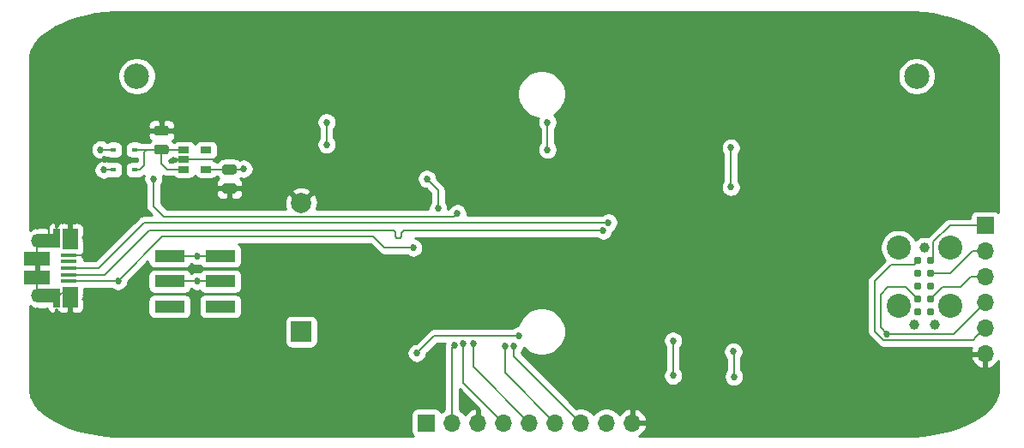
<source format=gbl>
G04 #@! TF.GenerationSoftware,KiCad,Pcbnew,5.1.5-52549c5~84~ubuntu19.10.1*
G04 #@! TF.CreationDate,2020-01-03T09:39:47-08:00*
G04 #@! TF.ProjectId,bsidessd,62736964-6573-4736-942e-6b696361645f,2*
G04 #@! TF.SameCoordinates,Original*
G04 #@! TF.FileFunction,Copper,L2,Bot*
G04 #@! TF.FilePolarity,Positive*
%FSLAX46Y46*%
G04 Gerber Fmt 4.6, Leading zero omitted, Abs format (unit mm)*
G04 Created by KiCad (PCBNEW 5.1.5-52549c5~84~ubuntu19.10.1) date 2020-01-03 09:39:47*
%MOMM*%
%LPD*%
G04 APERTURE LIST*
%ADD10C,2.500000*%
%ADD11R,1.060000X0.650000*%
%ADD12C,0.990600*%
%ADD13C,2.375000*%
%ADD14C,0.787400*%
%ADD15R,3.000000X1.200000*%
%ADD16R,2.500000X1.430000*%
%ADD17O,1.700000X1.350000*%
%ADD18O,1.500000X1.100000*%
%ADD19R,1.650000X0.400000*%
%ADD20R,1.500000X2.000000*%
%ADD21R,0.700000X1.825000*%
%ADD22R,2.000000X1.350000*%
%ADD23O,1.700000X1.700000*%
%ADD24R,1.700000X1.700000*%
%ADD25R,0.600000X0.450000*%
%ADD26C,0.100000*%
%ADD27C,2.000000*%
%ADD28R,2.000000X2.000000*%
%ADD29C,0.685800*%
%ADD30C,0.200000*%
%ADD31C,0.254000*%
G04 APERTURE END LIST*
D10*
X138250000Y-113750000D03*
X61250000Y-113750000D03*
D11*
X68100000Y-122950000D03*
X68100000Y-121050000D03*
X65900000Y-121050000D03*
X65900000Y-122000000D03*
X65900000Y-122950000D03*
D12*
X140016000Y-138310000D03*
X137984000Y-138310000D03*
X139000000Y-130690000D03*
D13*
X136460000Y-136405000D03*
X141540000Y-136405000D03*
X141540000Y-130690000D03*
X136460000Y-130690000D03*
D14*
X138365000Y-131960000D03*
X138365000Y-133230000D03*
X138365000Y-134500000D03*
X138365000Y-135770000D03*
X138365000Y-137040000D03*
X139635000Y-137040000D03*
X139635000Y-135770000D03*
X139635000Y-134500000D03*
X139635000Y-133230000D03*
X139635000Y-131960000D03*
D15*
X64500000Y-131500000D03*
X64500000Y-134000000D03*
X69500000Y-131500000D03*
X69500000Y-136500000D03*
X69500000Y-134000000D03*
X64500000Y-136500000D03*
D16*
X51415000Y-131765000D03*
X51415000Y-133685000D03*
D17*
X51685000Y-129995000D03*
X51685000Y-135455000D03*
D18*
X54685000Y-130305000D03*
X54685000Y-135145000D03*
D19*
X54565000Y-131425000D03*
X54565000Y-132075000D03*
X54565000Y-132725000D03*
X54565000Y-133375000D03*
X54565000Y-134025000D03*
D20*
X54685000Y-129825000D03*
X54665000Y-135575000D03*
D21*
X53365000Y-129725000D03*
X53365000Y-135675000D03*
D22*
X52615000Y-135455000D03*
X52615000Y-129975000D03*
D23*
X145000000Y-141200000D03*
X145000000Y-138660000D03*
X145000000Y-136120000D03*
X145000000Y-133580000D03*
X145000000Y-131040000D03*
D24*
X145000000Y-128500000D03*
D23*
X110160000Y-148000000D03*
X107620000Y-148000000D03*
X105080000Y-148000000D03*
X102540000Y-148000000D03*
X100000000Y-148000000D03*
X97460000Y-148000000D03*
X94920000Y-148000000D03*
X92380000Y-148000000D03*
D24*
X89840000Y-148000000D03*
D25*
X58950000Y-121000000D03*
X61050000Y-121000000D03*
X58950000Y-123000000D03*
X61050000Y-123000000D03*
G04 #@! TA.AperFunction,SMDPad,CuDef*
D26*
G36*
X70880142Y-124351174D02*
G01*
X70903803Y-124354684D01*
X70927007Y-124360496D01*
X70949529Y-124368554D01*
X70971153Y-124378782D01*
X70991670Y-124391079D01*
X71010883Y-124405329D01*
X71028607Y-124421393D01*
X71044671Y-124439117D01*
X71058921Y-124458330D01*
X71071218Y-124478847D01*
X71081446Y-124500471D01*
X71089504Y-124522993D01*
X71095316Y-124546197D01*
X71098826Y-124569858D01*
X71100000Y-124593750D01*
X71100000Y-125081250D01*
X71098826Y-125105142D01*
X71095316Y-125128803D01*
X71089504Y-125152007D01*
X71081446Y-125174529D01*
X71071218Y-125196153D01*
X71058921Y-125216670D01*
X71044671Y-125235883D01*
X71028607Y-125253607D01*
X71010883Y-125269671D01*
X70991670Y-125283921D01*
X70971153Y-125296218D01*
X70949529Y-125306446D01*
X70927007Y-125314504D01*
X70903803Y-125320316D01*
X70880142Y-125323826D01*
X70856250Y-125325000D01*
X69943750Y-125325000D01*
X69919858Y-125323826D01*
X69896197Y-125320316D01*
X69872993Y-125314504D01*
X69850471Y-125306446D01*
X69828847Y-125296218D01*
X69808330Y-125283921D01*
X69789117Y-125269671D01*
X69771393Y-125253607D01*
X69755329Y-125235883D01*
X69741079Y-125216670D01*
X69728782Y-125196153D01*
X69718554Y-125174529D01*
X69710496Y-125152007D01*
X69704684Y-125128803D01*
X69701174Y-125105142D01*
X69700000Y-125081250D01*
X69700000Y-124593750D01*
X69701174Y-124569858D01*
X69704684Y-124546197D01*
X69710496Y-124522993D01*
X69718554Y-124500471D01*
X69728782Y-124478847D01*
X69741079Y-124458330D01*
X69755329Y-124439117D01*
X69771393Y-124421393D01*
X69789117Y-124405329D01*
X69808330Y-124391079D01*
X69828847Y-124378782D01*
X69850471Y-124368554D01*
X69872993Y-124360496D01*
X69896197Y-124354684D01*
X69919858Y-124351174D01*
X69943750Y-124350000D01*
X70856250Y-124350000D01*
X70880142Y-124351174D01*
G37*
G04 #@! TD.AperFunction*
G04 #@! TA.AperFunction,SMDPad,CuDef*
G36*
X70880142Y-122476174D02*
G01*
X70903803Y-122479684D01*
X70927007Y-122485496D01*
X70949529Y-122493554D01*
X70971153Y-122503782D01*
X70991670Y-122516079D01*
X71010883Y-122530329D01*
X71028607Y-122546393D01*
X71044671Y-122564117D01*
X71058921Y-122583330D01*
X71071218Y-122603847D01*
X71081446Y-122625471D01*
X71089504Y-122647993D01*
X71095316Y-122671197D01*
X71098826Y-122694858D01*
X71100000Y-122718750D01*
X71100000Y-123206250D01*
X71098826Y-123230142D01*
X71095316Y-123253803D01*
X71089504Y-123277007D01*
X71081446Y-123299529D01*
X71071218Y-123321153D01*
X71058921Y-123341670D01*
X71044671Y-123360883D01*
X71028607Y-123378607D01*
X71010883Y-123394671D01*
X70991670Y-123408921D01*
X70971153Y-123421218D01*
X70949529Y-123431446D01*
X70927007Y-123439504D01*
X70903803Y-123445316D01*
X70880142Y-123448826D01*
X70856250Y-123450000D01*
X69943750Y-123450000D01*
X69919858Y-123448826D01*
X69896197Y-123445316D01*
X69872993Y-123439504D01*
X69850471Y-123431446D01*
X69828847Y-123421218D01*
X69808330Y-123408921D01*
X69789117Y-123394671D01*
X69771393Y-123378607D01*
X69755329Y-123360883D01*
X69741079Y-123341670D01*
X69728782Y-123321153D01*
X69718554Y-123299529D01*
X69710496Y-123277007D01*
X69704684Y-123253803D01*
X69701174Y-123230142D01*
X69700000Y-123206250D01*
X69700000Y-122718750D01*
X69701174Y-122694858D01*
X69704684Y-122671197D01*
X69710496Y-122647993D01*
X69718554Y-122625471D01*
X69728782Y-122603847D01*
X69741079Y-122583330D01*
X69755329Y-122564117D01*
X69771393Y-122546393D01*
X69789117Y-122530329D01*
X69808330Y-122516079D01*
X69828847Y-122503782D01*
X69850471Y-122493554D01*
X69872993Y-122485496D01*
X69896197Y-122479684D01*
X69919858Y-122476174D01*
X69943750Y-122475000D01*
X70856250Y-122475000D01*
X70880142Y-122476174D01*
G37*
G04 #@! TD.AperFunction*
G04 #@! TA.AperFunction,SMDPad,CuDef*
G36*
X64180142Y-118638674D02*
G01*
X64203803Y-118642184D01*
X64227007Y-118647996D01*
X64249529Y-118656054D01*
X64271153Y-118666282D01*
X64291670Y-118678579D01*
X64310883Y-118692829D01*
X64328607Y-118708893D01*
X64344671Y-118726617D01*
X64358921Y-118745830D01*
X64371218Y-118766347D01*
X64381446Y-118787971D01*
X64389504Y-118810493D01*
X64395316Y-118833697D01*
X64398826Y-118857358D01*
X64400000Y-118881250D01*
X64400000Y-119368750D01*
X64398826Y-119392642D01*
X64395316Y-119416303D01*
X64389504Y-119439507D01*
X64381446Y-119462029D01*
X64371218Y-119483653D01*
X64358921Y-119504170D01*
X64344671Y-119523383D01*
X64328607Y-119541107D01*
X64310883Y-119557171D01*
X64291670Y-119571421D01*
X64271153Y-119583718D01*
X64249529Y-119593946D01*
X64227007Y-119602004D01*
X64203803Y-119607816D01*
X64180142Y-119611326D01*
X64156250Y-119612500D01*
X63243750Y-119612500D01*
X63219858Y-119611326D01*
X63196197Y-119607816D01*
X63172993Y-119602004D01*
X63150471Y-119593946D01*
X63128847Y-119583718D01*
X63108330Y-119571421D01*
X63089117Y-119557171D01*
X63071393Y-119541107D01*
X63055329Y-119523383D01*
X63041079Y-119504170D01*
X63028782Y-119483653D01*
X63018554Y-119462029D01*
X63010496Y-119439507D01*
X63004684Y-119416303D01*
X63001174Y-119392642D01*
X63000000Y-119368750D01*
X63000000Y-118881250D01*
X63001174Y-118857358D01*
X63004684Y-118833697D01*
X63010496Y-118810493D01*
X63018554Y-118787971D01*
X63028782Y-118766347D01*
X63041079Y-118745830D01*
X63055329Y-118726617D01*
X63071393Y-118708893D01*
X63089117Y-118692829D01*
X63108330Y-118678579D01*
X63128847Y-118666282D01*
X63150471Y-118656054D01*
X63172993Y-118647996D01*
X63196197Y-118642184D01*
X63219858Y-118638674D01*
X63243750Y-118637500D01*
X64156250Y-118637500D01*
X64180142Y-118638674D01*
G37*
G04 #@! TD.AperFunction*
G04 #@! TA.AperFunction,SMDPad,CuDef*
G36*
X64180142Y-120513674D02*
G01*
X64203803Y-120517184D01*
X64227007Y-120522996D01*
X64249529Y-120531054D01*
X64271153Y-120541282D01*
X64291670Y-120553579D01*
X64310883Y-120567829D01*
X64328607Y-120583893D01*
X64344671Y-120601617D01*
X64358921Y-120620830D01*
X64371218Y-120641347D01*
X64381446Y-120662971D01*
X64389504Y-120685493D01*
X64395316Y-120708697D01*
X64398826Y-120732358D01*
X64400000Y-120756250D01*
X64400000Y-121243750D01*
X64398826Y-121267642D01*
X64395316Y-121291303D01*
X64389504Y-121314507D01*
X64381446Y-121337029D01*
X64371218Y-121358653D01*
X64358921Y-121379170D01*
X64344671Y-121398383D01*
X64328607Y-121416107D01*
X64310883Y-121432171D01*
X64291670Y-121446421D01*
X64271153Y-121458718D01*
X64249529Y-121468946D01*
X64227007Y-121477004D01*
X64203803Y-121482816D01*
X64180142Y-121486326D01*
X64156250Y-121487500D01*
X63243750Y-121487500D01*
X63219858Y-121486326D01*
X63196197Y-121482816D01*
X63172993Y-121477004D01*
X63150471Y-121468946D01*
X63128847Y-121458718D01*
X63108330Y-121446421D01*
X63089117Y-121432171D01*
X63071393Y-121416107D01*
X63055329Y-121398383D01*
X63041079Y-121379170D01*
X63028782Y-121358653D01*
X63018554Y-121337029D01*
X63010496Y-121314507D01*
X63004684Y-121291303D01*
X63001174Y-121267642D01*
X63000000Y-121243750D01*
X63000000Y-120756250D01*
X63001174Y-120732358D01*
X63004684Y-120708697D01*
X63010496Y-120685493D01*
X63018554Y-120662971D01*
X63028782Y-120641347D01*
X63041079Y-120620830D01*
X63055329Y-120601617D01*
X63071393Y-120583893D01*
X63089117Y-120567829D01*
X63108330Y-120553579D01*
X63128847Y-120541282D01*
X63150471Y-120531054D01*
X63172993Y-120522996D01*
X63196197Y-120517184D01*
X63219858Y-120513674D01*
X63243750Y-120512500D01*
X64156250Y-120512500D01*
X64180142Y-120513674D01*
G37*
G04 #@! TD.AperFunction*
D27*
X77500000Y-126300000D03*
D28*
X77500000Y-139000000D03*
D29*
X71800000Y-122900000D03*
X91009882Y-126799331D03*
X92627835Y-140352921D03*
X89900000Y-123900000D03*
X63700000Y-118100000D03*
X78800000Y-148000000D03*
X58100000Y-122000000D03*
X136900000Y-121100000D03*
X116300000Y-120900000D03*
X98300000Y-120900000D03*
X78800000Y-120900000D03*
X139600000Y-134500000D03*
X132400000Y-134500000D03*
X109500000Y-122500000D03*
X97924492Y-137224492D03*
X119966151Y-147097569D03*
X91000000Y-145200000D03*
X90269647Y-122431536D03*
X105100000Y-144600000D03*
X58000000Y-123000000D03*
X67200000Y-131500000D03*
X59400000Y-134000000D03*
X57700000Y-121000000D03*
X135300000Y-139200000D03*
X88557079Y-130700000D03*
X93489707Y-140148378D03*
X94469688Y-140157068D03*
X114200000Y-139900000D03*
X114202199Y-143342930D03*
X97600000Y-140400000D03*
X120147445Y-140957090D03*
X120206142Y-143442930D03*
X98500000Y-140400000D03*
X98966920Y-139405950D03*
X88896118Y-141103882D03*
X67200000Y-134000000D03*
X107800000Y-128200000D03*
X107300000Y-129000000D03*
X92900000Y-127300000D03*
X62900000Y-123900000D03*
X80000000Y-120500000D03*
X80000000Y-118300000D03*
X101800000Y-118300000D03*
X101800000Y-121000000D03*
X119900000Y-124700000D03*
X119900000Y-120800000D03*
D30*
X68112500Y-122962500D02*
X68100000Y-122950000D01*
X70400000Y-122962500D02*
X68112500Y-122962500D01*
X70400000Y-122962500D02*
X71737500Y-122962500D01*
X71737500Y-122962500D02*
X71800000Y-122900000D01*
X143950000Y-128500000D02*
X145000000Y-128500000D01*
X141528498Y-128500000D02*
X143950000Y-128500000D01*
X139900000Y-130128498D02*
X141528498Y-128500000D01*
X139635000Y-131960000D02*
X139900000Y-131695000D01*
X139900000Y-131695000D02*
X139900000Y-130128498D01*
X92380000Y-140600756D02*
X92627835Y-140352921D01*
X92380000Y-148000000D02*
X92380000Y-140600756D01*
X91009882Y-125009882D02*
X89900000Y-123900000D01*
X91009882Y-126799331D02*
X91009882Y-125009882D01*
X63700000Y-119125000D02*
X63700000Y-118100000D01*
X65900000Y-122000000D02*
X64900000Y-122000000D01*
X56400000Y-131000000D02*
X56400000Y-130300000D01*
X54565000Y-131425000D02*
X55975000Y-131425000D01*
X55975000Y-131425000D02*
X56400000Y-131000000D01*
X51415000Y-135185000D02*
X51685000Y-135455000D01*
X51415000Y-133685000D02*
X51415000Y-135185000D01*
X51415000Y-130265000D02*
X51685000Y-129995000D01*
X51415000Y-131765000D02*
X51415000Y-130265000D01*
X52615000Y-129975000D02*
X52615000Y-128485000D01*
X52615000Y-128485000D02*
X53400000Y-127700000D01*
X53895000Y-135145000D02*
X53365000Y-135675000D01*
X54685000Y-135145000D02*
X53895000Y-135145000D01*
X139635000Y-134500000D02*
X139600000Y-134500000D01*
X65900000Y-122000000D02*
X69100000Y-122000000D01*
X61550000Y-123000000D02*
X62000000Y-122550000D01*
X61050000Y-123000000D02*
X61550000Y-123000000D01*
X62000000Y-122550000D02*
X62000000Y-121200000D01*
X63700000Y-121000000D02*
X62200000Y-121000000D01*
X62000000Y-121200000D02*
X62200000Y-121000000D01*
X62200000Y-121000000D02*
X61050000Y-121000000D01*
X63750000Y-121050000D02*
X63700000Y-121000000D01*
X65900000Y-121050000D02*
X63750000Y-121050000D01*
X65900000Y-122950000D02*
X64250000Y-122950000D01*
X63700000Y-122400000D02*
X63700000Y-121000000D01*
X64250000Y-122950000D02*
X63700000Y-122400000D01*
X58950000Y-123000000D02*
X58000000Y-123000000D01*
X64400000Y-131600000D02*
X64500000Y-131500000D01*
X67200000Y-131500000D02*
X64500000Y-131500000D01*
X69500000Y-131500000D02*
X67200000Y-131500000D01*
X54565000Y-134025000D02*
X59375000Y-134025000D01*
X59375000Y-134025000D02*
X59400000Y-134000000D01*
X57700000Y-121000000D02*
X58950000Y-121000000D01*
X145000000Y-136120000D02*
X141920000Y-139200000D01*
X141920000Y-139200000D02*
X135300000Y-139200000D01*
X135300000Y-139200000D02*
X134700000Y-138600000D01*
X134700000Y-138600000D02*
X134700000Y-135300000D01*
X134700000Y-135300000D02*
X135400000Y-134600000D01*
X137195000Y-134600000D02*
X138365000Y-135770000D01*
X135400000Y-134600000D02*
X137195000Y-134600000D01*
X88072146Y-130700000D02*
X88557079Y-130700000D01*
X85700000Y-130700000D02*
X88072146Y-130700000D01*
X84600000Y-129600000D02*
X85700000Y-130700000D01*
X59400000Y-134000000D02*
X63800000Y-129600000D01*
X63800000Y-129600000D02*
X84600000Y-129600000D01*
X97460000Y-148000000D02*
X93489707Y-144029707D01*
X93489707Y-144029707D02*
X93489707Y-140633311D01*
X93489707Y-140633311D02*
X93489707Y-140148378D01*
X94469688Y-142469688D02*
X94469688Y-140157068D01*
X100000000Y-148000000D02*
X94469688Y-142469688D01*
X143817099Y-139842901D02*
X144150001Y-139509999D01*
X138365000Y-131960000D02*
X137971301Y-132353699D01*
X137971301Y-132353699D02*
X135746301Y-132353699D01*
X134991407Y-139842901D02*
X143817099Y-139842901D01*
X144150001Y-139509999D02*
X145000000Y-138660000D01*
X134100000Y-134000000D02*
X134100000Y-138951494D01*
X134100000Y-138951494D02*
X134991407Y-139842901D01*
X135746301Y-132353699D02*
X134100000Y-134000000D01*
X114200000Y-143340731D02*
X114202199Y-143342930D01*
X114200000Y-139900000D02*
X114200000Y-143340731D01*
X102540000Y-148000000D02*
X97600000Y-143060000D01*
X97600000Y-143060000D02*
X97600000Y-140400000D01*
X120206142Y-143442930D02*
X120206142Y-141015787D01*
X120206142Y-141015787D02*
X120147445Y-140957090D01*
X105080000Y-148000000D02*
X98500000Y-141420000D01*
X98500000Y-141420000D02*
X98500000Y-140400000D01*
X90594050Y-139405950D02*
X88896118Y-141103882D01*
X98966920Y-139405950D02*
X90594050Y-139405950D01*
X69500000Y-134000000D02*
X67800000Y-134000000D01*
X67800000Y-134000000D02*
X67200000Y-134000000D01*
X67200000Y-134000000D02*
X64500000Y-134000000D01*
X143620000Y-133580000D02*
X145000000Y-133580000D01*
X142600000Y-134600000D02*
X143620000Y-133580000D01*
X139635000Y-135770000D02*
X140805000Y-134600000D01*
X140805000Y-134600000D02*
X142600000Y-134600000D01*
X143797919Y-131040000D02*
X145000000Y-131040000D01*
X143760000Y-131040000D02*
X143797919Y-131040000D01*
X139635000Y-133230000D02*
X141570000Y-133230000D01*
X141570000Y-133230000D02*
X143760000Y-131040000D01*
X54565000Y-132725000D02*
X57475000Y-132725000D01*
X57475000Y-132725000D02*
X62000000Y-128200000D01*
X62000000Y-128200000D02*
X107800000Y-128200000D01*
X89302927Y-129000000D02*
X107300000Y-129000000D01*
X87633243Y-129007521D02*
X87700000Y-129000000D01*
X87512953Y-129065450D02*
X87569834Y-129029709D01*
X87465450Y-129112953D02*
X87512953Y-129065450D01*
X87400000Y-129300000D02*
X87407521Y-129233243D01*
X87392478Y-129557172D02*
X87400000Y-129490416D01*
X87370290Y-129620581D02*
X87392478Y-129557172D01*
X86770290Y-129169834D02*
X86792478Y-129233243D01*
X86800000Y-129300000D02*
X86800000Y-129490416D01*
X86792478Y-129233243D02*
X86800000Y-129300000D01*
X87033243Y-129782894D02*
X87100000Y-129790416D01*
X87230165Y-129760706D02*
X87287046Y-129724965D01*
X86734549Y-129112953D02*
X86770290Y-129169834D01*
X87407521Y-129233243D02*
X87429709Y-129169834D01*
X86566756Y-129007521D02*
X86630165Y-129029709D01*
X86829709Y-129620581D02*
X86865450Y-129677462D01*
X62500000Y-129000000D02*
X86500000Y-129000000D01*
X86800000Y-129490416D02*
X86807521Y-129557172D01*
X87569834Y-129029709D02*
X87633243Y-129007521D01*
X87100000Y-129790416D02*
X87166756Y-129782894D01*
X86500000Y-129000000D02*
X86566756Y-129007521D01*
X86807521Y-129557172D02*
X86829709Y-129620581D01*
X87429709Y-129169834D02*
X87465450Y-129112953D01*
X86687046Y-129065450D02*
X86734549Y-129112953D01*
X86865450Y-129677462D02*
X86912953Y-129724965D01*
X58125000Y-133375000D02*
X62500000Y-129000000D01*
X86630165Y-129029709D02*
X86687046Y-129065450D01*
X54565000Y-133375000D02*
X58125000Y-133375000D01*
X86912953Y-129724965D02*
X86969834Y-129760706D01*
X86969834Y-129760706D02*
X87033243Y-129782894D01*
X87166756Y-129782894D02*
X87230165Y-129760706D01*
X87400000Y-129490416D02*
X87400000Y-129300000D01*
X87287046Y-129724965D02*
X87334549Y-129677462D01*
X87700000Y-129000000D02*
X89302927Y-129000000D01*
X87334549Y-129677462D02*
X87370290Y-129620581D01*
X92557101Y-127642899D02*
X63942899Y-127642899D01*
X92900000Y-127300000D02*
X92557101Y-127642899D01*
X63942899Y-127642899D02*
X62900000Y-126600000D01*
X62900000Y-126600000D02*
X62900000Y-123900000D01*
X80000000Y-120500000D02*
X80000000Y-118300000D01*
X101800000Y-118300000D02*
X101800000Y-121000000D01*
X119900000Y-124700000D02*
X119900000Y-120800000D01*
D31*
G36*
X137987904Y-107404796D02*
G01*
X138945162Y-107483444D01*
X139866655Y-107611119D01*
X140747026Y-107784897D01*
X141581011Y-108001753D01*
X142363195Y-108258463D01*
X143088150Y-108551570D01*
X143750495Y-108877313D01*
X144351874Y-109235655D01*
X144616086Y-109417849D01*
X144867546Y-109609549D01*
X145099650Y-109805904D01*
X145311932Y-110006217D01*
X145503994Y-110209765D01*
X145675563Y-110415844D01*
X145826466Y-110623763D01*
X145956691Y-110832935D01*
X146066359Y-111042924D01*
X146155681Y-111253448D01*
X146224953Y-111464547D01*
X146274431Y-111676553D01*
X146304242Y-111890090D01*
X146315000Y-112121982D01*
X146315000Y-127215649D01*
X146301185Y-127198815D01*
X146204494Y-127119463D01*
X146094180Y-127060498D01*
X145974482Y-127024188D01*
X145850000Y-127011928D01*
X144150000Y-127011928D01*
X144025518Y-127024188D01*
X143905820Y-127060498D01*
X143795506Y-127119463D01*
X143698815Y-127198815D01*
X143619463Y-127295506D01*
X143560498Y-127405820D01*
X143524188Y-127525518D01*
X143511928Y-127650000D01*
X143511928Y-127765000D01*
X141564603Y-127765000D01*
X141528498Y-127761444D01*
X141492393Y-127765000D01*
X141384413Y-127775635D01*
X141245865Y-127817663D01*
X141118178Y-127885913D01*
X141006260Y-127977762D01*
X140983244Y-128005807D01*
X139405808Y-129583244D01*
X139377763Y-129606260D01*
X139367481Y-129618788D01*
X139329696Y-129603137D01*
X139111325Y-129559700D01*
X138888675Y-129559700D01*
X138670304Y-129603137D01*
X138464602Y-129688341D01*
X138279476Y-129812039D01*
X138130644Y-129960871D01*
X138075078Y-129826723D01*
X137875628Y-129528224D01*
X137621776Y-129274372D01*
X137323277Y-129074922D01*
X136991604Y-128937538D01*
X136639501Y-128867500D01*
X136280499Y-128867500D01*
X135928396Y-128937538D01*
X135596723Y-129074922D01*
X135298224Y-129274372D01*
X135044372Y-129528224D01*
X134844922Y-129826723D01*
X134707538Y-130158396D01*
X134637500Y-130510499D01*
X134637500Y-130869501D01*
X134707538Y-131221604D01*
X134844922Y-131553277D01*
X135044372Y-131851776D01*
X135126575Y-131933979D01*
X133605808Y-133454746D01*
X133577762Y-133477763D01*
X133485913Y-133589681D01*
X133417663Y-133717368D01*
X133388957Y-133812000D01*
X133375635Y-133855915D01*
X133361444Y-134000000D01*
X133365000Y-134036105D01*
X133365001Y-138915379D01*
X133361444Y-138951494D01*
X133375635Y-139095579D01*
X133409756Y-139208058D01*
X133417664Y-139234127D01*
X133485914Y-139361814D01*
X133577763Y-139473732D01*
X133605808Y-139496748D01*
X134446153Y-140337094D01*
X134469169Y-140365139D01*
X134581087Y-140456988D01*
X134708774Y-140525238D01*
X134847322Y-140567266D01*
X134991407Y-140581457D01*
X135027512Y-140577901D01*
X143659379Y-140577901D01*
X143603175Y-140695901D01*
X143558524Y-140843110D01*
X143679845Y-141073000D01*
X144873000Y-141073000D01*
X144873000Y-141053000D01*
X145127000Y-141053000D01*
X145127000Y-141073000D01*
X145147000Y-141073000D01*
X145147000Y-141327000D01*
X145127000Y-141327000D01*
X145127000Y-142520814D01*
X145356891Y-142641481D01*
X145631252Y-142544157D01*
X145881355Y-142395178D01*
X146097588Y-142200269D01*
X146271641Y-141966920D01*
X146315001Y-141875887D01*
X146315001Y-144570691D01*
X146304243Y-144802620D01*
X146274432Y-145016153D01*
X146224956Y-145228152D01*
X146155680Y-145439263D01*
X146066359Y-145649787D01*
X145956692Y-145859772D01*
X145826467Y-146068944D01*
X145675564Y-146276862D01*
X145503993Y-146482945D01*
X145311934Y-146686489D01*
X145099651Y-146886803D01*
X144867547Y-147083158D01*
X144616087Y-147274858D01*
X144351875Y-147457052D01*
X143750496Y-147815394D01*
X143088155Y-148141135D01*
X142363190Y-148434247D01*
X141581023Y-148690952D01*
X140747031Y-148907809D01*
X139866655Y-149081588D01*
X138945162Y-149209264D01*
X137987905Y-149287912D01*
X136990727Y-149315000D01*
X110835889Y-149315000D01*
X110926920Y-149271641D01*
X111160269Y-149097588D01*
X111355178Y-148881355D01*
X111504157Y-148631252D01*
X111601481Y-148356891D01*
X111480814Y-148127000D01*
X110287000Y-148127000D01*
X110287000Y-148147000D01*
X110033000Y-148147000D01*
X110033000Y-148127000D01*
X110013000Y-148127000D01*
X110013000Y-147873000D01*
X110033000Y-147873000D01*
X110033000Y-146679845D01*
X110287000Y-146679845D01*
X110287000Y-147873000D01*
X111480814Y-147873000D01*
X111601481Y-147643109D01*
X111504157Y-147368748D01*
X111355178Y-147118645D01*
X111160269Y-146902412D01*
X110926920Y-146728359D01*
X110664099Y-146603175D01*
X110516890Y-146558524D01*
X110287000Y-146679845D01*
X110033000Y-146679845D01*
X109803110Y-146558524D01*
X109655901Y-146603175D01*
X109393080Y-146728359D01*
X109159731Y-146902412D01*
X108964822Y-147118645D01*
X108895195Y-147235534D01*
X108773475Y-147053368D01*
X108566632Y-146846525D01*
X108323411Y-146684010D01*
X108053158Y-146572068D01*
X107766260Y-146515000D01*
X107473740Y-146515000D01*
X107186842Y-146572068D01*
X106916589Y-146684010D01*
X106673368Y-146846525D01*
X106466525Y-147053368D01*
X106350000Y-147227760D01*
X106233475Y-147053368D01*
X106026632Y-146846525D01*
X105783411Y-146684010D01*
X105513158Y-146572068D01*
X105226260Y-146515000D01*
X104933740Y-146515000D01*
X104684103Y-146564656D01*
X99235000Y-141115554D01*
X99235000Y-141047960D01*
X99259585Y-141023375D01*
X99366604Y-140863210D01*
X99440320Y-140685243D01*
X99456185Y-140605484D01*
X99703251Y-140852550D01*
X100093879Y-141113560D01*
X100527921Y-141293346D01*
X100988698Y-141385000D01*
X101458502Y-141385000D01*
X101919279Y-141293346D01*
X102353321Y-141113560D01*
X102743949Y-140852550D01*
X103076150Y-140520349D01*
X103337160Y-140129721D01*
X103472208Y-139803685D01*
X113222100Y-139803685D01*
X113222100Y-139996315D01*
X113259680Y-140185243D01*
X113333396Y-140363210D01*
X113440415Y-140523375D01*
X113465000Y-140547960D01*
X113465001Y-142697168D01*
X113442614Y-142719555D01*
X113335595Y-142879720D01*
X113261879Y-143057687D01*
X113224299Y-143246615D01*
X113224299Y-143439245D01*
X113261879Y-143628173D01*
X113335595Y-143806140D01*
X113442614Y-143966305D01*
X113578824Y-144102515D01*
X113738989Y-144209534D01*
X113916956Y-144283250D01*
X114105884Y-144320830D01*
X114298514Y-144320830D01*
X114487442Y-144283250D01*
X114665409Y-144209534D01*
X114825574Y-144102515D01*
X114961784Y-143966305D01*
X115068803Y-143806140D01*
X115142519Y-143628173D01*
X115180099Y-143439245D01*
X115180099Y-143246615D01*
X115142519Y-143057687D01*
X115068803Y-142879720D01*
X114961784Y-142719555D01*
X114935000Y-142692771D01*
X114935000Y-140860775D01*
X119169545Y-140860775D01*
X119169545Y-141053405D01*
X119207125Y-141242333D01*
X119280841Y-141420300D01*
X119387860Y-141580465D01*
X119471143Y-141663748D01*
X119471142Y-142794970D01*
X119446557Y-142819555D01*
X119339538Y-142979720D01*
X119265822Y-143157687D01*
X119228242Y-143346615D01*
X119228242Y-143539245D01*
X119265822Y-143728173D01*
X119339538Y-143906140D01*
X119446557Y-144066305D01*
X119582767Y-144202515D01*
X119742932Y-144309534D01*
X119920899Y-144383250D01*
X120109827Y-144420830D01*
X120302457Y-144420830D01*
X120491385Y-144383250D01*
X120669352Y-144309534D01*
X120829517Y-144202515D01*
X120965727Y-144066305D01*
X121072746Y-143906140D01*
X121146462Y-143728173D01*
X121184042Y-143539245D01*
X121184042Y-143346615D01*
X121146462Y-143157687D01*
X121072746Y-142979720D01*
X120965727Y-142819555D01*
X120941142Y-142794970D01*
X120941142Y-141556890D01*
X143558524Y-141556890D01*
X143603175Y-141704099D01*
X143728359Y-141966920D01*
X143902412Y-142200269D01*
X144118645Y-142395178D01*
X144368748Y-142544157D01*
X144643109Y-142641481D01*
X144873000Y-142520814D01*
X144873000Y-141327000D01*
X143679845Y-141327000D01*
X143558524Y-141556890D01*
X120941142Y-141556890D01*
X120941142Y-141529413D01*
X121014049Y-141420300D01*
X121087765Y-141242333D01*
X121125345Y-141053405D01*
X121125345Y-140860775D01*
X121087765Y-140671847D01*
X121014049Y-140493880D01*
X120907030Y-140333715D01*
X120770820Y-140197505D01*
X120610655Y-140090486D01*
X120432688Y-140016770D01*
X120243760Y-139979190D01*
X120051130Y-139979190D01*
X119862202Y-140016770D01*
X119684235Y-140090486D01*
X119524070Y-140197505D01*
X119387860Y-140333715D01*
X119280841Y-140493880D01*
X119207125Y-140671847D01*
X119169545Y-140860775D01*
X114935000Y-140860775D01*
X114935000Y-140547960D01*
X114959585Y-140523375D01*
X115066604Y-140363210D01*
X115140320Y-140185243D01*
X115177900Y-139996315D01*
X115177900Y-139803685D01*
X115140320Y-139614757D01*
X115066604Y-139436790D01*
X114959585Y-139276625D01*
X114823375Y-139140415D01*
X114663210Y-139033396D01*
X114485243Y-138959680D01*
X114296315Y-138922100D01*
X114103685Y-138922100D01*
X113914757Y-138959680D01*
X113736790Y-139033396D01*
X113576625Y-139140415D01*
X113440415Y-139276625D01*
X113333396Y-139436790D01*
X113259680Y-139614757D01*
X113222100Y-139803685D01*
X103472208Y-139803685D01*
X103516946Y-139695679D01*
X103608600Y-139234902D01*
X103608600Y-138765098D01*
X103516946Y-138304321D01*
X103337160Y-137870279D01*
X103076150Y-137479651D01*
X102743949Y-137147450D01*
X102353321Y-136886440D01*
X101919279Y-136706654D01*
X101458502Y-136615000D01*
X100988698Y-136615000D01*
X100527921Y-136706654D01*
X100093879Y-136886440D01*
X99703251Y-137147450D01*
X99371050Y-137479651D01*
X99110040Y-137870279D01*
X98930254Y-138304321D01*
X98905643Y-138428050D01*
X98870605Y-138428050D01*
X98681677Y-138465630D01*
X98503710Y-138539346D01*
X98343545Y-138646365D01*
X98318960Y-138670950D01*
X90630144Y-138670950D01*
X90594049Y-138667395D01*
X90557954Y-138670950D01*
X90557945Y-138670950D01*
X90449965Y-138681585D01*
X90311417Y-138723613D01*
X90183730Y-138791863D01*
X90071812Y-138883712D01*
X90048796Y-138911757D01*
X88834572Y-140125982D01*
X88799803Y-140125982D01*
X88610875Y-140163562D01*
X88432908Y-140237278D01*
X88272743Y-140344297D01*
X88136533Y-140480507D01*
X88029514Y-140640672D01*
X87955798Y-140818639D01*
X87918218Y-141007567D01*
X87918218Y-141200197D01*
X87955798Y-141389125D01*
X88029514Y-141567092D01*
X88136533Y-141727257D01*
X88272743Y-141863467D01*
X88432908Y-141970486D01*
X88610875Y-142044202D01*
X88799803Y-142081782D01*
X88992433Y-142081782D01*
X89181361Y-142044202D01*
X89359328Y-141970486D01*
X89519493Y-141863467D01*
X89655703Y-141727257D01*
X89762722Y-141567092D01*
X89836438Y-141389125D01*
X89874018Y-141200197D01*
X89874018Y-141165428D01*
X90898497Y-140140950D01*
X91672940Y-140140950D01*
X91649935Y-140256606D01*
X91649935Y-140449236D01*
X91654237Y-140470864D01*
X91641444Y-140600756D01*
X91645001Y-140636871D01*
X91645000Y-146705117D01*
X91433368Y-146846525D01*
X91301513Y-146978380D01*
X91279502Y-146905820D01*
X91220537Y-146795506D01*
X91141185Y-146698815D01*
X91044494Y-146619463D01*
X90934180Y-146560498D01*
X90814482Y-146524188D01*
X90690000Y-146511928D01*
X88990000Y-146511928D01*
X88865518Y-146524188D01*
X88745820Y-146560498D01*
X88635506Y-146619463D01*
X88538815Y-146698815D01*
X88459463Y-146795506D01*
X88400498Y-146905820D01*
X88364188Y-147025518D01*
X88351928Y-147150000D01*
X88351928Y-148850000D01*
X88364188Y-148974482D01*
X88400498Y-149094180D01*
X88459463Y-149204494D01*
X88538815Y-149301185D01*
X88555649Y-149315000D01*
X60009267Y-149315000D01*
X59012101Y-149287915D01*
X58054842Y-149209264D01*
X57133348Y-149081589D01*
X56252972Y-148907810D01*
X55418976Y-148690952D01*
X54636815Y-148434248D01*
X53911850Y-148141137D01*
X53249500Y-147815392D01*
X52648142Y-147457062D01*
X52383910Y-147274856D01*
X52132454Y-147083159D01*
X51900351Y-146886805D01*
X51688074Y-146686496D01*
X51496004Y-146482941D01*
X51324439Y-146276867D01*
X51173534Y-146068943D01*
X51043309Y-145859771D01*
X50933646Y-145649795D01*
X50844320Y-145439262D01*
X50775049Y-145228163D01*
X50725569Y-145016156D01*
X50695760Y-144802621D01*
X50685000Y-144570715D01*
X50685000Y-138000000D01*
X75861928Y-138000000D01*
X75861928Y-140000000D01*
X75874188Y-140124482D01*
X75910498Y-140244180D01*
X75969463Y-140354494D01*
X76048815Y-140451185D01*
X76145506Y-140530537D01*
X76255820Y-140589502D01*
X76375518Y-140625812D01*
X76500000Y-140638072D01*
X78500000Y-140638072D01*
X78624482Y-140625812D01*
X78744180Y-140589502D01*
X78854494Y-140530537D01*
X78951185Y-140451185D01*
X79030537Y-140354494D01*
X79089502Y-140244180D01*
X79125812Y-140124482D01*
X79138072Y-140000000D01*
X79138072Y-138000000D01*
X79125812Y-137875518D01*
X79089502Y-137755820D01*
X79030537Y-137645506D01*
X78951185Y-137548815D01*
X78854494Y-137469463D01*
X78744180Y-137410498D01*
X78624482Y-137374188D01*
X78500000Y-137361928D01*
X76500000Y-137361928D01*
X76375518Y-137374188D01*
X76255820Y-137410498D01*
X76145506Y-137469463D01*
X76048815Y-137548815D01*
X75969463Y-137645506D01*
X75910498Y-137755820D01*
X75874188Y-137875518D01*
X75861928Y-138000000D01*
X50685000Y-138000000D01*
X50685000Y-136472672D01*
X50865239Y-136599019D01*
X51100815Y-136702824D01*
X51352116Y-136758675D01*
X51395555Y-136727005D01*
X51490518Y-136755812D01*
X51557998Y-136762458D01*
X51557998Y-136765000D01*
X51583808Y-136765000D01*
X51615000Y-136768072D01*
X52329250Y-136765000D01*
X52388568Y-136705682D01*
X52389188Y-136711982D01*
X52425498Y-136831680D01*
X52484463Y-136941994D01*
X52563815Y-137038685D01*
X52660506Y-137118037D01*
X52770820Y-137177002D01*
X52890518Y-137213312D01*
X53015000Y-137225572D01*
X53079250Y-137222500D01*
X53238000Y-137063750D01*
X53238000Y-136766451D01*
X53309596Y-136766758D01*
X53325498Y-136819180D01*
X53384463Y-136929494D01*
X53463815Y-137026185D01*
X53492000Y-137049316D01*
X53492000Y-137063750D01*
X53650750Y-137222500D01*
X53715000Y-137225572D01*
X53839482Y-137213312D01*
X53858588Y-137207516D01*
X53915000Y-137213072D01*
X54379250Y-137210000D01*
X54538000Y-137051250D01*
X54538000Y-136191797D01*
X54558000Y-136175152D01*
X54558000Y-135428000D01*
X54792000Y-135428000D01*
X54792000Y-135448000D01*
X54812000Y-135448000D01*
X54812000Y-135702000D01*
X54792000Y-135702000D01*
X54792000Y-137051250D01*
X54950750Y-137210000D01*
X55415000Y-137213072D01*
X55539482Y-137200812D01*
X55659180Y-137164502D01*
X55769494Y-137105537D01*
X55866185Y-137026185D01*
X55945537Y-136929494D01*
X56004502Y-136819180D01*
X56040812Y-136699482D01*
X56053072Y-136575000D01*
X56050169Y-135900000D01*
X62361928Y-135900000D01*
X62361928Y-137100000D01*
X62374188Y-137224482D01*
X62410498Y-137344180D01*
X62469463Y-137454494D01*
X62548815Y-137551185D01*
X62645506Y-137630537D01*
X62755820Y-137689502D01*
X62875518Y-137725812D01*
X63000000Y-137738072D01*
X66000000Y-137738072D01*
X66124482Y-137725812D01*
X66244180Y-137689502D01*
X66354494Y-137630537D01*
X66451185Y-137551185D01*
X66530537Y-137454494D01*
X66589502Y-137344180D01*
X66625812Y-137224482D01*
X66638072Y-137100000D01*
X66638072Y-135900000D01*
X67361928Y-135900000D01*
X67361928Y-137100000D01*
X67374188Y-137224482D01*
X67410498Y-137344180D01*
X67469463Y-137454494D01*
X67548815Y-137551185D01*
X67645506Y-137630537D01*
X67755820Y-137689502D01*
X67875518Y-137725812D01*
X68000000Y-137738072D01*
X71000000Y-137738072D01*
X71124482Y-137725812D01*
X71244180Y-137689502D01*
X71354494Y-137630537D01*
X71451185Y-137551185D01*
X71530537Y-137454494D01*
X71589502Y-137344180D01*
X71625812Y-137224482D01*
X71638072Y-137100000D01*
X71638072Y-135900000D01*
X71625812Y-135775518D01*
X71589502Y-135655820D01*
X71530537Y-135545506D01*
X71451185Y-135448815D01*
X71354494Y-135369463D01*
X71244180Y-135310498D01*
X71124482Y-135274188D01*
X71000000Y-135261928D01*
X68000000Y-135261928D01*
X67875518Y-135274188D01*
X67755820Y-135310498D01*
X67645506Y-135369463D01*
X67548815Y-135448815D01*
X67469463Y-135545506D01*
X67410498Y-135655820D01*
X67374188Y-135775518D01*
X67361928Y-135900000D01*
X66638072Y-135900000D01*
X66625812Y-135775518D01*
X66589502Y-135655820D01*
X66530537Y-135545506D01*
X66451185Y-135448815D01*
X66354494Y-135369463D01*
X66244180Y-135310498D01*
X66124482Y-135274188D01*
X66000000Y-135261928D01*
X63000000Y-135261928D01*
X62875518Y-135274188D01*
X62755820Y-135310498D01*
X62645506Y-135369463D01*
X62548815Y-135448815D01*
X62469463Y-135545506D01*
X62410498Y-135655820D01*
X62374188Y-135775518D01*
X62361928Y-135900000D01*
X56050169Y-135900000D01*
X56050000Y-135860750D01*
X55919730Y-135730480D01*
X55934131Y-135709039D01*
X56024011Y-135493526D01*
X56028803Y-135454744D01*
X55970069Y-135369181D01*
X56050000Y-135289250D01*
X56052276Y-134760000D01*
X58777246Y-134760000D01*
X58936790Y-134866604D01*
X59114757Y-134940320D01*
X59303685Y-134977900D01*
X59496315Y-134977900D01*
X59685243Y-134940320D01*
X59863210Y-134866604D01*
X60023375Y-134759585D01*
X60159585Y-134623375D01*
X60266604Y-134463210D01*
X60340320Y-134285243D01*
X60377900Y-134096315D01*
X60377900Y-134061546D01*
X61039446Y-133400000D01*
X62361928Y-133400000D01*
X62361928Y-134600000D01*
X62374188Y-134724482D01*
X62410498Y-134844180D01*
X62469463Y-134954494D01*
X62548815Y-135051185D01*
X62645506Y-135130537D01*
X62755820Y-135189502D01*
X62875518Y-135225812D01*
X63000000Y-135238072D01*
X66000000Y-135238072D01*
X66124482Y-135225812D01*
X66244180Y-135189502D01*
X66354494Y-135130537D01*
X66451185Y-135051185D01*
X66530537Y-134954494D01*
X66589502Y-134844180D01*
X66608669Y-134780996D01*
X66736790Y-134866604D01*
X66914757Y-134940320D01*
X67103685Y-134977900D01*
X67296315Y-134977900D01*
X67464131Y-134944519D01*
X67469463Y-134954494D01*
X67548815Y-135051185D01*
X67645506Y-135130537D01*
X67755820Y-135189502D01*
X67875518Y-135225812D01*
X68000000Y-135238072D01*
X71000000Y-135238072D01*
X71124482Y-135225812D01*
X71244180Y-135189502D01*
X71354494Y-135130537D01*
X71451185Y-135051185D01*
X71530537Y-134954494D01*
X71589502Y-134844180D01*
X71625812Y-134724482D01*
X71638072Y-134600000D01*
X71638072Y-133400000D01*
X71625812Y-133275518D01*
X71589502Y-133155820D01*
X71530537Y-133045506D01*
X71451185Y-132948815D01*
X71354494Y-132869463D01*
X71244180Y-132810498D01*
X71124482Y-132774188D01*
X71000000Y-132761928D01*
X68000000Y-132761928D01*
X67875518Y-132774188D01*
X67755820Y-132810498D01*
X67645506Y-132869463D01*
X67548815Y-132948815D01*
X67469463Y-133045506D01*
X67464131Y-133055481D01*
X67296315Y-133022100D01*
X67103685Y-133022100D01*
X66914757Y-133059680D01*
X66736790Y-133133396D01*
X66608669Y-133219004D01*
X66589502Y-133155820D01*
X66530537Y-133045506D01*
X66451185Y-132948815D01*
X66354494Y-132869463D01*
X66244180Y-132810498D01*
X66124482Y-132774188D01*
X66000000Y-132761928D01*
X63000000Y-132761928D01*
X62875518Y-132774188D01*
X62755820Y-132810498D01*
X62645506Y-132869463D01*
X62548815Y-132948815D01*
X62469463Y-133045506D01*
X62410498Y-133155820D01*
X62374188Y-133275518D01*
X62361928Y-133400000D01*
X61039446Y-133400000D01*
X62361928Y-132077519D01*
X62361928Y-132100000D01*
X62374188Y-132224482D01*
X62410498Y-132344180D01*
X62469463Y-132454494D01*
X62548815Y-132551185D01*
X62645506Y-132630537D01*
X62755820Y-132689502D01*
X62875518Y-132725812D01*
X63000000Y-132738072D01*
X66000000Y-132738072D01*
X66124482Y-132725812D01*
X66244180Y-132689502D01*
X66354494Y-132630537D01*
X66451185Y-132551185D01*
X66530537Y-132454494D01*
X66589502Y-132344180D01*
X66608669Y-132280996D01*
X66736790Y-132366604D01*
X66914757Y-132440320D01*
X67103685Y-132477900D01*
X67296315Y-132477900D01*
X67464131Y-132444519D01*
X67469463Y-132454494D01*
X67548815Y-132551185D01*
X67645506Y-132630537D01*
X67755820Y-132689502D01*
X67875518Y-132725812D01*
X68000000Y-132738072D01*
X71000000Y-132738072D01*
X71124482Y-132725812D01*
X71244180Y-132689502D01*
X71354494Y-132630537D01*
X71451185Y-132551185D01*
X71530537Y-132454494D01*
X71589502Y-132344180D01*
X71625812Y-132224482D01*
X71638072Y-132100000D01*
X71638072Y-130900000D01*
X71625812Y-130775518D01*
X71589502Y-130655820D01*
X71530537Y-130545506D01*
X71451185Y-130448815D01*
X71354494Y-130369463D01*
X71290019Y-130335000D01*
X84295554Y-130335000D01*
X85154746Y-131194193D01*
X85177762Y-131222238D01*
X85289680Y-131314087D01*
X85417367Y-131382337D01*
X85524209Y-131414747D01*
X85555915Y-131424365D01*
X85700000Y-131438556D01*
X85736105Y-131435000D01*
X87909119Y-131435000D01*
X87933704Y-131459585D01*
X88093869Y-131566604D01*
X88271836Y-131640320D01*
X88460764Y-131677900D01*
X88653394Y-131677900D01*
X88842322Y-131640320D01*
X89020289Y-131566604D01*
X89180454Y-131459585D01*
X89316664Y-131323375D01*
X89423683Y-131163210D01*
X89497399Y-130985243D01*
X89534979Y-130796315D01*
X89534979Y-130603685D01*
X89497399Y-130414757D01*
X89423683Y-130236790D01*
X89316664Y-130076625D01*
X89180454Y-129940415D01*
X89020289Y-129833396D01*
X88842322Y-129759680D01*
X88718247Y-129735000D01*
X106652040Y-129735000D01*
X106676625Y-129759585D01*
X106836790Y-129866604D01*
X107014757Y-129940320D01*
X107203685Y-129977900D01*
X107396315Y-129977900D01*
X107585243Y-129940320D01*
X107763210Y-129866604D01*
X107923375Y-129759585D01*
X108059585Y-129623375D01*
X108166604Y-129463210D01*
X108240320Y-129285243D01*
X108277900Y-129096315D01*
X108277900Y-129056788D01*
X108423375Y-128959585D01*
X108559585Y-128823375D01*
X108666604Y-128663210D01*
X108740320Y-128485243D01*
X108777900Y-128296315D01*
X108777900Y-128103685D01*
X108740320Y-127914757D01*
X108666604Y-127736790D01*
X108559585Y-127576625D01*
X108423375Y-127440415D01*
X108263210Y-127333396D01*
X108085243Y-127259680D01*
X107896315Y-127222100D01*
X107703685Y-127222100D01*
X107514757Y-127259680D01*
X107336790Y-127333396D01*
X107176625Y-127440415D01*
X107152040Y-127465000D01*
X93864238Y-127465000D01*
X93877900Y-127396315D01*
X93877900Y-127203685D01*
X93840320Y-127014757D01*
X93766604Y-126836790D01*
X93659585Y-126676625D01*
X93523375Y-126540415D01*
X93363210Y-126433396D01*
X93185243Y-126359680D01*
X92996315Y-126322100D01*
X92803685Y-126322100D01*
X92614757Y-126359680D01*
X92436790Y-126433396D01*
X92276625Y-126540415D01*
X92140415Y-126676625D01*
X92033396Y-126836790D01*
X92003942Y-126907899D01*
X91985345Y-126907899D01*
X91987782Y-126895646D01*
X91987782Y-126703016D01*
X91950202Y-126514088D01*
X91876486Y-126336121D01*
X91769467Y-126175956D01*
X91744882Y-126151371D01*
X91744882Y-125045978D01*
X91748437Y-125009881D01*
X91744882Y-124973784D01*
X91744882Y-124973777D01*
X91734247Y-124865797D01*
X91727661Y-124844084D01*
X91694905Y-124736105D01*
X91692219Y-124727249D01*
X91623969Y-124599562D01*
X91532120Y-124487644D01*
X91504075Y-124464628D01*
X90877900Y-123838454D01*
X90877900Y-123803685D01*
X90840320Y-123614757D01*
X90766604Y-123436790D01*
X90659585Y-123276625D01*
X90523375Y-123140415D01*
X90363210Y-123033396D01*
X90185243Y-122959680D01*
X89996315Y-122922100D01*
X89803685Y-122922100D01*
X89614757Y-122959680D01*
X89436790Y-123033396D01*
X89276625Y-123140415D01*
X89140415Y-123276625D01*
X89033396Y-123436790D01*
X88959680Y-123614757D01*
X88922100Y-123803685D01*
X88922100Y-123996315D01*
X88959680Y-124185243D01*
X89033396Y-124363210D01*
X89140415Y-124523375D01*
X89276625Y-124659585D01*
X89436790Y-124766604D01*
X89614757Y-124840320D01*
X89803685Y-124877900D01*
X89838454Y-124877900D01*
X90274883Y-125314330D01*
X90274882Y-126151371D01*
X90250297Y-126175956D01*
X90143278Y-126336121D01*
X90069562Y-126514088D01*
X90031982Y-126703016D01*
X90031982Y-126895646D01*
X90034419Y-126907899D01*
X79022476Y-126907899D01*
X79040704Y-126870429D01*
X79122384Y-126558892D01*
X79141718Y-126237405D01*
X79097961Y-125918325D01*
X78992795Y-125613912D01*
X78899814Y-125439956D01*
X78635413Y-125344192D01*
X77679605Y-126300000D01*
X77693748Y-126314143D01*
X77514143Y-126493748D01*
X77500000Y-126479605D01*
X77485858Y-126493748D01*
X77306253Y-126314143D01*
X77320395Y-126300000D01*
X76364587Y-125344192D01*
X76100186Y-125439956D01*
X75959296Y-125729571D01*
X75877616Y-126041108D01*
X75858282Y-126362595D01*
X75902039Y-126681675D01*
X75980193Y-126907899D01*
X64247346Y-126907899D01*
X63635000Y-126295554D01*
X63635000Y-125325000D01*
X69061928Y-125325000D01*
X69074188Y-125449482D01*
X69110498Y-125569180D01*
X69169463Y-125679494D01*
X69248815Y-125776185D01*
X69345506Y-125855537D01*
X69455820Y-125914502D01*
X69575518Y-125950812D01*
X69700000Y-125963072D01*
X70114250Y-125960000D01*
X70273000Y-125801250D01*
X70273000Y-124964500D01*
X70527000Y-124964500D01*
X70527000Y-125801250D01*
X70685750Y-125960000D01*
X71100000Y-125963072D01*
X71224482Y-125950812D01*
X71344180Y-125914502D01*
X71454494Y-125855537D01*
X71551185Y-125776185D01*
X71630537Y-125679494D01*
X71689502Y-125569180D01*
X71725812Y-125449482D01*
X71738072Y-125325000D01*
X71735630Y-125164587D01*
X76544192Y-125164587D01*
X77500000Y-126120395D01*
X78455808Y-125164587D01*
X78360044Y-124900186D01*
X78070429Y-124759296D01*
X77758892Y-124677616D01*
X77437405Y-124658282D01*
X77118325Y-124702039D01*
X76813912Y-124807205D01*
X76639956Y-124900186D01*
X76544192Y-125164587D01*
X71735630Y-125164587D01*
X71735000Y-125123250D01*
X71576250Y-124964500D01*
X70527000Y-124964500D01*
X70273000Y-124964500D01*
X69223750Y-124964500D01*
X69065000Y-125123250D01*
X69061928Y-125325000D01*
X63635000Y-125325000D01*
X63635000Y-124547960D01*
X63659585Y-124523375D01*
X63766604Y-124363210D01*
X63840320Y-124185243D01*
X63877900Y-123996315D01*
X63877900Y-123803685D01*
X63840320Y-123614757D01*
X63808853Y-123538787D01*
X63839680Y-123564087D01*
X63967367Y-123632337D01*
X64105915Y-123674365D01*
X64213895Y-123685000D01*
X64213904Y-123685000D01*
X64249999Y-123688555D01*
X64286094Y-123685000D01*
X64885015Y-123685000D01*
X64918815Y-123726185D01*
X65015506Y-123805537D01*
X65125820Y-123864502D01*
X65245518Y-123900812D01*
X65370000Y-123913072D01*
X66430000Y-123913072D01*
X66554482Y-123900812D01*
X66674180Y-123864502D01*
X66784494Y-123805537D01*
X66881185Y-123726185D01*
X66960537Y-123629494D01*
X67000000Y-123555665D01*
X67039463Y-123629494D01*
X67118815Y-123726185D01*
X67215506Y-123805537D01*
X67325820Y-123864502D01*
X67445518Y-123900812D01*
X67570000Y-123913072D01*
X68630000Y-123913072D01*
X68754482Y-123900812D01*
X68874180Y-123864502D01*
X68984494Y-123805537D01*
X69081185Y-123726185D01*
X69104726Y-123697500D01*
X69211638Y-123697500D01*
X69320208Y-123829792D01*
X69326564Y-123835008D01*
X69248815Y-123898815D01*
X69169463Y-123995506D01*
X69110498Y-124105820D01*
X69074188Y-124225518D01*
X69061928Y-124350000D01*
X69065000Y-124551750D01*
X69223750Y-124710500D01*
X70273000Y-124710500D01*
X70273000Y-124690500D01*
X70527000Y-124690500D01*
X70527000Y-124710500D01*
X71576250Y-124710500D01*
X71735000Y-124551750D01*
X71738072Y-124350000D01*
X71725812Y-124225518D01*
X71689502Y-124105820D01*
X71630537Y-123995506D01*
X71551185Y-123898815D01*
X71473436Y-123835008D01*
X71479792Y-123829792D01*
X71482214Y-123826840D01*
X71514757Y-123840320D01*
X71703685Y-123877900D01*
X71896315Y-123877900D01*
X72085243Y-123840320D01*
X72263210Y-123766604D01*
X72423375Y-123659585D01*
X72559585Y-123523375D01*
X72666604Y-123363210D01*
X72740320Y-123185243D01*
X72777900Y-122996315D01*
X72777900Y-122803685D01*
X72740320Y-122614757D01*
X72666604Y-122436790D01*
X72559585Y-122276625D01*
X72423375Y-122140415D01*
X72263210Y-122033396D01*
X72085243Y-121959680D01*
X71896315Y-121922100D01*
X71703685Y-121922100D01*
X71514757Y-121959680D01*
X71381771Y-122014764D01*
X71346164Y-121985542D01*
X71193709Y-121904053D01*
X71028285Y-121853872D01*
X70856250Y-121836928D01*
X69943750Y-121836928D01*
X69771715Y-121853872D01*
X69606291Y-121904053D01*
X69453836Y-121985542D01*
X69320208Y-122095208D01*
X69211638Y-122227500D01*
X69125243Y-122227500D01*
X69081185Y-122173815D01*
X68984494Y-122094463D01*
X68874180Y-122035498D01*
X68757159Y-122000000D01*
X68874180Y-121964502D01*
X68984494Y-121905537D01*
X69081185Y-121826185D01*
X69160537Y-121729494D01*
X69219502Y-121619180D01*
X69255812Y-121499482D01*
X69268072Y-121375000D01*
X69268072Y-120725000D01*
X69255812Y-120600518D01*
X69219502Y-120480820D01*
X69160537Y-120370506D01*
X69081185Y-120273815D01*
X68984494Y-120194463D01*
X68874180Y-120135498D01*
X68754482Y-120099188D01*
X68630000Y-120086928D01*
X67570000Y-120086928D01*
X67445518Y-120099188D01*
X67325820Y-120135498D01*
X67215506Y-120194463D01*
X67118815Y-120273815D01*
X67039463Y-120370506D01*
X67000000Y-120444335D01*
X66960537Y-120370506D01*
X66881185Y-120273815D01*
X66784494Y-120194463D01*
X66674180Y-120135498D01*
X66554482Y-120099188D01*
X66430000Y-120086928D01*
X65370000Y-120086928D01*
X65245518Y-120099188D01*
X65125820Y-120135498D01*
X65015506Y-120194463D01*
X64918815Y-120273815D01*
X64903458Y-120292528D01*
X64889458Y-120266336D01*
X64779792Y-120132708D01*
X64773436Y-120127492D01*
X64851185Y-120063685D01*
X64930537Y-119966994D01*
X64989502Y-119856680D01*
X65025812Y-119736982D01*
X65038072Y-119612500D01*
X65035000Y-119410750D01*
X64876250Y-119252000D01*
X63827000Y-119252000D01*
X63827000Y-119272000D01*
X63573000Y-119272000D01*
X63573000Y-119252000D01*
X62523750Y-119252000D01*
X62365000Y-119410750D01*
X62361928Y-119612500D01*
X62374188Y-119736982D01*
X62410498Y-119856680D01*
X62469463Y-119966994D01*
X62548815Y-120063685D01*
X62626564Y-120127492D01*
X62620208Y-120132708D01*
X62511638Y-120265000D01*
X62236105Y-120265000D01*
X62200000Y-120261444D01*
X62163895Y-120265000D01*
X61729518Y-120265000D01*
X61704494Y-120244463D01*
X61594180Y-120185498D01*
X61474482Y-120149188D01*
X61350000Y-120136928D01*
X60750000Y-120136928D01*
X60625518Y-120149188D01*
X60505820Y-120185498D01*
X60395506Y-120244463D01*
X60298815Y-120323815D01*
X60219463Y-120420506D01*
X60160498Y-120530820D01*
X60124188Y-120650518D01*
X60111928Y-120775000D01*
X60111928Y-121225000D01*
X60124188Y-121349482D01*
X60160498Y-121469180D01*
X60219463Y-121579494D01*
X60298815Y-121676185D01*
X60395506Y-121755537D01*
X60505820Y-121814502D01*
X60625518Y-121850812D01*
X60750000Y-121863072D01*
X61265001Y-121863072D01*
X61265000Y-122136928D01*
X60750000Y-122136928D01*
X60625518Y-122149188D01*
X60505820Y-122185498D01*
X60395506Y-122244463D01*
X60298815Y-122323815D01*
X60219463Y-122420506D01*
X60160498Y-122530820D01*
X60124188Y-122650518D01*
X60111928Y-122775000D01*
X60111928Y-123225000D01*
X60124188Y-123349482D01*
X60160498Y-123469180D01*
X60219463Y-123579494D01*
X60298815Y-123676185D01*
X60395506Y-123755537D01*
X60505820Y-123814502D01*
X60625518Y-123850812D01*
X60750000Y-123863072D01*
X61350000Y-123863072D01*
X61474482Y-123850812D01*
X61594180Y-123814502D01*
X61704494Y-123755537D01*
X61770853Y-123701078D01*
X61832633Y-123682337D01*
X61959854Y-123614336D01*
X61959680Y-123614757D01*
X61922100Y-123803685D01*
X61922100Y-123996315D01*
X61959680Y-124185243D01*
X62033396Y-124363210D01*
X62140415Y-124523375D01*
X62165001Y-124547961D01*
X62165000Y-126563895D01*
X62161444Y-126600000D01*
X62175635Y-126744085D01*
X62185851Y-126777763D01*
X62217663Y-126882632D01*
X62285913Y-127010319D01*
X62377762Y-127122237D01*
X62405808Y-127145254D01*
X62725554Y-127465000D01*
X62036094Y-127465000D01*
X61999999Y-127461445D01*
X61963904Y-127465000D01*
X61963895Y-127465000D01*
X61855915Y-127475635D01*
X61717367Y-127517663D01*
X61589680Y-127585913D01*
X61477762Y-127677762D01*
X61454746Y-127705807D01*
X57170554Y-131990000D01*
X56028072Y-131990000D01*
X56028072Y-131875000D01*
X56015812Y-131750518D01*
X56015103Y-131748180D01*
X56025000Y-131656750D01*
X55957032Y-131588782D01*
X55920537Y-131520506D01*
X55841185Y-131423815D01*
X55770415Y-131365735D01*
X55789494Y-131355537D01*
X55793804Y-131352000D01*
X55866250Y-131352000D01*
X56025000Y-131193250D01*
X56014022Y-131091836D01*
X56013413Y-131089925D01*
X56024502Y-131069180D01*
X56060812Y-130949482D01*
X56073072Y-130825000D01*
X56070000Y-130110750D01*
X55998562Y-130039312D01*
X56028803Y-129995256D01*
X56024011Y-129956474D01*
X55934131Y-129740961D01*
X55905275Y-129698000D01*
X55911250Y-129698000D01*
X56070000Y-129539250D01*
X56073072Y-128825000D01*
X56060812Y-128700518D01*
X56024502Y-128580820D01*
X55965537Y-128470506D01*
X55886185Y-128373815D01*
X55789494Y-128294463D01*
X55679180Y-128235498D01*
X55559482Y-128199188D01*
X55435000Y-128186928D01*
X54970750Y-128190000D01*
X54812000Y-128348750D01*
X54812000Y-129972000D01*
X54558000Y-129972000D01*
X54558000Y-128348750D01*
X54399250Y-128190000D01*
X53935000Y-128186928D01*
X53863490Y-128193971D01*
X53839482Y-128186688D01*
X53715000Y-128174428D01*
X53650750Y-128177500D01*
X53492000Y-128336250D01*
X53492000Y-128367098D01*
X53483815Y-128373815D01*
X53404463Y-128470506D01*
X53345498Y-128580820D01*
X53320510Y-128663195D01*
X53238000Y-128663549D01*
X53238000Y-128336250D01*
X53079250Y-128177500D01*
X53015000Y-128174428D01*
X52890518Y-128186688D01*
X52770820Y-128222998D01*
X52660506Y-128281963D01*
X52563815Y-128361315D01*
X52484463Y-128458006D01*
X52425498Y-128568320D01*
X52389188Y-128688018D01*
X52385878Y-128721628D01*
X52329250Y-128665000D01*
X51615000Y-128661928D01*
X51490518Y-128674188D01*
X51376183Y-128708871D01*
X51352116Y-128691325D01*
X51100815Y-128747176D01*
X50865239Y-128850981D01*
X50685000Y-128977328D01*
X50685000Y-122903685D01*
X57022100Y-122903685D01*
X57022100Y-123096315D01*
X57059680Y-123285243D01*
X57133396Y-123463210D01*
X57240415Y-123623375D01*
X57376625Y-123759585D01*
X57536790Y-123866604D01*
X57714757Y-123940320D01*
X57903685Y-123977900D01*
X58096315Y-123977900D01*
X58285243Y-123940320D01*
X58463210Y-123866604D01*
X58498920Y-123842743D01*
X58525518Y-123850812D01*
X58650000Y-123863072D01*
X59250000Y-123863072D01*
X59374482Y-123850812D01*
X59494180Y-123814502D01*
X59604494Y-123755537D01*
X59701185Y-123676185D01*
X59780537Y-123579494D01*
X59839502Y-123469180D01*
X59875812Y-123349482D01*
X59888072Y-123225000D01*
X59888072Y-122775000D01*
X59875812Y-122650518D01*
X59839502Y-122530820D01*
X59780537Y-122420506D01*
X59701185Y-122323815D01*
X59604494Y-122244463D01*
X59494180Y-122185498D01*
X59374482Y-122149188D01*
X59250000Y-122136928D01*
X58650000Y-122136928D01*
X58525518Y-122149188D01*
X58498920Y-122157257D01*
X58463210Y-122133396D01*
X58285243Y-122059680D01*
X58096315Y-122022100D01*
X57903685Y-122022100D01*
X57714757Y-122059680D01*
X57536790Y-122133396D01*
X57376625Y-122240415D01*
X57240415Y-122376625D01*
X57133396Y-122536790D01*
X57059680Y-122714757D01*
X57022100Y-122903685D01*
X50685000Y-122903685D01*
X50685000Y-120903685D01*
X56722100Y-120903685D01*
X56722100Y-121096315D01*
X56759680Y-121285243D01*
X56833396Y-121463210D01*
X56940415Y-121623375D01*
X57076625Y-121759585D01*
X57236790Y-121866604D01*
X57414757Y-121940320D01*
X57603685Y-121977900D01*
X57796315Y-121977900D01*
X57985243Y-121940320D01*
X58163210Y-121866604D01*
X58314355Y-121765612D01*
X58405820Y-121814502D01*
X58525518Y-121850812D01*
X58650000Y-121863072D01*
X59250000Y-121863072D01*
X59374482Y-121850812D01*
X59494180Y-121814502D01*
X59604494Y-121755537D01*
X59701185Y-121676185D01*
X59780537Y-121579494D01*
X59839502Y-121469180D01*
X59875812Y-121349482D01*
X59888072Y-121225000D01*
X59888072Y-120775000D01*
X59875812Y-120650518D01*
X59839502Y-120530820D01*
X59780537Y-120420506D01*
X59701185Y-120323815D01*
X59604494Y-120244463D01*
X59494180Y-120185498D01*
X59374482Y-120149188D01*
X59250000Y-120136928D01*
X58650000Y-120136928D01*
X58525518Y-120149188D01*
X58405820Y-120185498D01*
X58314355Y-120234388D01*
X58163210Y-120133396D01*
X57985243Y-120059680D01*
X57796315Y-120022100D01*
X57603685Y-120022100D01*
X57414757Y-120059680D01*
X57236790Y-120133396D01*
X57076625Y-120240415D01*
X56940415Y-120376625D01*
X56833396Y-120536790D01*
X56759680Y-120714757D01*
X56722100Y-120903685D01*
X50685000Y-120903685D01*
X50685000Y-118637500D01*
X62361928Y-118637500D01*
X62365000Y-118839250D01*
X62523750Y-118998000D01*
X63573000Y-118998000D01*
X63573000Y-118161250D01*
X63827000Y-118161250D01*
X63827000Y-118998000D01*
X64876250Y-118998000D01*
X65035000Y-118839250D01*
X65038072Y-118637500D01*
X65025812Y-118513018D01*
X64989502Y-118393320D01*
X64930537Y-118283006D01*
X64865441Y-118203685D01*
X79022100Y-118203685D01*
X79022100Y-118396315D01*
X79059680Y-118585243D01*
X79133396Y-118763210D01*
X79240415Y-118923375D01*
X79265001Y-118947961D01*
X79265000Y-119852040D01*
X79240415Y-119876625D01*
X79133396Y-120036790D01*
X79059680Y-120214757D01*
X79022100Y-120403685D01*
X79022100Y-120596315D01*
X79059680Y-120785243D01*
X79133396Y-120963210D01*
X79240415Y-121123375D01*
X79376625Y-121259585D01*
X79536790Y-121366604D01*
X79714757Y-121440320D01*
X79903685Y-121477900D01*
X80096315Y-121477900D01*
X80285243Y-121440320D01*
X80463210Y-121366604D01*
X80623375Y-121259585D01*
X80759585Y-121123375D01*
X80866604Y-120963210D01*
X80940320Y-120785243D01*
X80977900Y-120596315D01*
X80977900Y-120403685D01*
X80940320Y-120214757D01*
X80866604Y-120036790D01*
X80759585Y-119876625D01*
X80735000Y-119852040D01*
X80735000Y-118947960D01*
X80759585Y-118923375D01*
X80866604Y-118763210D01*
X80940320Y-118585243D01*
X80977900Y-118396315D01*
X80977900Y-118203685D01*
X80940320Y-118014757D01*
X80866604Y-117836790D01*
X80759585Y-117676625D01*
X80623375Y-117540415D01*
X80463210Y-117433396D01*
X80285243Y-117359680D01*
X80096315Y-117322100D01*
X79903685Y-117322100D01*
X79714757Y-117359680D01*
X79536790Y-117433396D01*
X79376625Y-117540415D01*
X79240415Y-117676625D01*
X79133396Y-117836790D01*
X79059680Y-118014757D01*
X79022100Y-118203685D01*
X64865441Y-118203685D01*
X64851185Y-118186315D01*
X64754494Y-118106963D01*
X64644180Y-118047998D01*
X64524482Y-118011688D01*
X64400000Y-117999428D01*
X63985750Y-118002500D01*
X63827000Y-118161250D01*
X63573000Y-118161250D01*
X63414250Y-118002500D01*
X63000000Y-117999428D01*
X62875518Y-118011688D01*
X62755820Y-118047998D01*
X62645506Y-118106963D01*
X62548815Y-118186315D01*
X62469463Y-118283006D01*
X62410498Y-118393320D01*
X62374188Y-118513018D01*
X62361928Y-118637500D01*
X50685000Y-118637500D01*
X50685000Y-113564344D01*
X59365000Y-113564344D01*
X59365000Y-113935656D01*
X59437439Y-114299834D01*
X59579534Y-114642882D01*
X59785825Y-114951618D01*
X60048382Y-115214175D01*
X60357118Y-115420466D01*
X60700166Y-115562561D01*
X61064344Y-115635000D01*
X61435656Y-115635000D01*
X61799834Y-115562561D01*
X62142882Y-115420466D01*
X62367923Y-115270098D01*
X98838600Y-115270098D01*
X98838600Y-115739902D01*
X98930254Y-116200679D01*
X99110040Y-116634721D01*
X99371050Y-117025349D01*
X99703251Y-117357550D01*
X100093879Y-117618560D01*
X100527921Y-117798346D01*
X100917243Y-117875787D01*
X100859680Y-118014757D01*
X100822100Y-118203685D01*
X100822100Y-118396315D01*
X100859680Y-118585243D01*
X100933396Y-118763210D01*
X101040415Y-118923375D01*
X101065000Y-118947960D01*
X101065001Y-120352039D01*
X101040415Y-120376625D01*
X100933396Y-120536790D01*
X100859680Y-120714757D01*
X100822100Y-120903685D01*
X100822100Y-121096315D01*
X100859680Y-121285243D01*
X100933396Y-121463210D01*
X101040415Y-121623375D01*
X101176625Y-121759585D01*
X101336790Y-121866604D01*
X101514757Y-121940320D01*
X101703685Y-121977900D01*
X101896315Y-121977900D01*
X102085243Y-121940320D01*
X102263210Y-121866604D01*
X102423375Y-121759585D01*
X102559585Y-121623375D01*
X102666604Y-121463210D01*
X102740320Y-121285243D01*
X102777900Y-121096315D01*
X102777900Y-120903685D01*
X102740320Y-120714757D01*
X102735734Y-120703685D01*
X118922100Y-120703685D01*
X118922100Y-120896315D01*
X118959680Y-121085243D01*
X119033396Y-121263210D01*
X119140415Y-121423375D01*
X119165001Y-121447961D01*
X119165000Y-124052040D01*
X119140415Y-124076625D01*
X119033396Y-124236790D01*
X118959680Y-124414757D01*
X118922100Y-124603685D01*
X118922100Y-124796315D01*
X118959680Y-124985243D01*
X119033396Y-125163210D01*
X119140415Y-125323375D01*
X119276625Y-125459585D01*
X119436790Y-125566604D01*
X119614757Y-125640320D01*
X119803685Y-125677900D01*
X119996315Y-125677900D01*
X120185243Y-125640320D01*
X120363210Y-125566604D01*
X120523375Y-125459585D01*
X120659585Y-125323375D01*
X120766604Y-125163210D01*
X120840320Y-124985243D01*
X120877900Y-124796315D01*
X120877900Y-124603685D01*
X120840320Y-124414757D01*
X120766604Y-124236790D01*
X120659585Y-124076625D01*
X120635000Y-124052040D01*
X120635000Y-121447960D01*
X120659585Y-121423375D01*
X120766604Y-121263210D01*
X120840320Y-121085243D01*
X120877900Y-120896315D01*
X120877900Y-120703685D01*
X120840320Y-120514757D01*
X120766604Y-120336790D01*
X120659585Y-120176625D01*
X120523375Y-120040415D01*
X120363210Y-119933396D01*
X120185243Y-119859680D01*
X119996315Y-119822100D01*
X119803685Y-119822100D01*
X119614757Y-119859680D01*
X119436790Y-119933396D01*
X119276625Y-120040415D01*
X119140415Y-120176625D01*
X119033396Y-120336790D01*
X118959680Y-120514757D01*
X118922100Y-120703685D01*
X102735734Y-120703685D01*
X102666604Y-120536790D01*
X102559585Y-120376625D01*
X102535000Y-120352040D01*
X102535000Y-118947960D01*
X102559585Y-118923375D01*
X102666604Y-118763210D01*
X102740320Y-118585243D01*
X102777900Y-118396315D01*
X102777900Y-118203685D01*
X102740320Y-118014757D01*
X102666604Y-117836790D01*
X102559585Y-117676625D01*
X102442160Y-117559200D01*
X102743949Y-117357550D01*
X103076150Y-117025349D01*
X103337160Y-116634721D01*
X103516946Y-116200679D01*
X103608600Y-115739902D01*
X103608600Y-115270098D01*
X103516946Y-114809321D01*
X103337160Y-114375279D01*
X103076150Y-113984651D01*
X102743949Y-113652450D01*
X102612090Y-113564344D01*
X136365000Y-113564344D01*
X136365000Y-113935656D01*
X136437439Y-114299834D01*
X136579534Y-114642882D01*
X136785825Y-114951618D01*
X137048382Y-115214175D01*
X137357118Y-115420466D01*
X137700166Y-115562561D01*
X138064344Y-115635000D01*
X138435656Y-115635000D01*
X138799834Y-115562561D01*
X139142882Y-115420466D01*
X139451618Y-115214175D01*
X139714175Y-114951618D01*
X139920466Y-114642882D01*
X140062561Y-114299834D01*
X140135000Y-113935656D01*
X140135000Y-113564344D01*
X140062561Y-113200166D01*
X139920466Y-112857118D01*
X139714175Y-112548382D01*
X139451618Y-112285825D01*
X139142882Y-112079534D01*
X138799834Y-111937439D01*
X138435656Y-111865000D01*
X138064344Y-111865000D01*
X137700166Y-111937439D01*
X137357118Y-112079534D01*
X137048382Y-112285825D01*
X136785825Y-112548382D01*
X136579534Y-112857118D01*
X136437439Y-113200166D01*
X136365000Y-113564344D01*
X102612090Y-113564344D01*
X102353321Y-113391440D01*
X101919279Y-113211654D01*
X101458502Y-113120000D01*
X100988698Y-113120000D01*
X100527921Y-113211654D01*
X100093879Y-113391440D01*
X99703251Y-113652450D01*
X99371050Y-113984651D01*
X99110040Y-114375279D01*
X98930254Y-114809321D01*
X98838600Y-115270098D01*
X62367923Y-115270098D01*
X62451618Y-115214175D01*
X62714175Y-114951618D01*
X62920466Y-114642882D01*
X63062561Y-114299834D01*
X63135000Y-113935656D01*
X63135000Y-113564344D01*
X63062561Y-113200166D01*
X62920466Y-112857118D01*
X62714175Y-112548382D01*
X62451618Y-112285825D01*
X62142882Y-112079534D01*
X61799834Y-111937439D01*
X61435656Y-111865000D01*
X61064344Y-111865000D01*
X60700166Y-111937439D01*
X60357118Y-112079534D01*
X60048382Y-112285825D01*
X59785825Y-112548382D01*
X59579534Y-112857118D01*
X59437439Y-113200166D01*
X59365000Y-113564344D01*
X50685000Y-113564344D01*
X50685000Y-112121993D01*
X50695760Y-111890087D01*
X50725569Y-111676551D01*
X50775049Y-111464549D01*
X50844323Y-111253439D01*
X50933644Y-111042917D01*
X51043309Y-110832937D01*
X51173534Y-110623765D01*
X51324439Y-110415842D01*
X51496009Y-110209762D01*
X51688068Y-110006218D01*
X51900351Y-109805903D01*
X52132454Y-109609549D01*
X52383910Y-109417852D01*
X52648142Y-109235646D01*
X53249500Y-108877316D01*
X53911853Y-108551569D01*
X54636814Y-108258461D01*
X55418987Y-108001754D01*
X56252976Y-107784897D01*
X57133349Y-107611119D01*
X58054836Y-107483445D01*
X59012102Y-107404793D01*
X60009267Y-107377708D01*
X136990727Y-107377708D01*
X137987904Y-107404796D01*
G37*
X137987904Y-107404796D02*
X138945162Y-107483444D01*
X139866655Y-107611119D01*
X140747026Y-107784897D01*
X141581011Y-108001753D01*
X142363195Y-108258463D01*
X143088150Y-108551570D01*
X143750495Y-108877313D01*
X144351874Y-109235655D01*
X144616086Y-109417849D01*
X144867546Y-109609549D01*
X145099650Y-109805904D01*
X145311932Y-110006217D01*
X145503994Y-110209765D01*
X145675563Y-110415844D01*
X145826466Y-110623763D01*
X145956691Y-110832935D01*
X146066359Y-111042924D01*
X146155681Y-111253448D01*
X146224953Y-111464547D01*
X146274431Y-111676553D01*
X146304242Y-111890090D01*
X146315000Y-112121982D01*
X146315000Y-127215649D01*
X146301185Y-127198815D01*
X146204494Y-127119463D01*
X146094180Y-127060498D01*
X145974482Y-127024188D01*
X145850000Y-127011928D01*
X144150000Y-127011928D01*
X144025518Y-127024188D01*
X143905820Y-127060498D01*
X143795506Y-127119463D01*
X143698815Y-127198815D01*
X143619463Y-127295506D01*
X143560498Y-127405820D01*
X143524188Y-127525518D01*
X143511928Y-127650000D01*
X143511928Y-127765000D01*
X141564603Y-127765000D01*
X141528498Y-127761444D01*
X141492393Y-127765000D01*
X141384413Y-127775635D01*
X141245865Y-127817663D01*
X141118178Y-127885913D01*
X141006260Y-127977762D01*
X140983244Y-128005807D01*
X139405808Y-129583244D01*
X139377763Y-129606260D01*
X139367481Y-129618788D01*
X139329696Y-129603137D01*
X139111325Y-129559700D01*
X138888675Y-129559700D01*
X138670304Y-129603137D01*
X138464602Y-129688341D01*
X138279476Y-129812039D01*
X138130644Y-129960871D01*
X138075078Y-129826723D01*
X137875628Y-129528224D01*
X137621776Y-129274372D01*
X137323277Y-129074922D01*
X136991604Y-128937538D01*
X136639501Y-128867500D01*
X136280499Y-128867500D01*
X135928396Y-128937538D01*
X135596723Y-129074922D01*
X135298224Y-129274372D01*
X135044372Y-129528224D01*
X134844922Y-129826723D01*
X134707538Y-130158396D01*
X134637500Y-130510499D01*
X134637500Y-130869501D01*
X134707538Y-131221604D01*
X134844922Y-131553277D01*
X135044372Y-131851776D01*
X135126575Y-131933979D01*
X133605808Y-133454746D01*
X133577762Y-133477763D01*
X133485913Y-133589681D01*
X133417663Y-133717368D01*
X133388957Y-133812000D01*
X133375635Y-133855915D01*
X133361444Y-134000000D01*
X133365000Y-134036105D01*
X133365001Y-138915379D01*
X133361444Y-138951494D01*
X133375635Y-139095579D01*
X133409756Y-139208058D01*
X133417664Y-139234127D01*
X133485914Y-139361814D01*
X133577763Y-139473732D01*
X133605808Y-139496748D01*
X134446153Y-140337094D01*
X134469169Y-140365139D01*
X134581087Y-140456988D01*
X134708774Y-140525238D01*
X134847322Y-140567266D01*
X134991407Y-140581457D01*
X135027512Y-140577901D01*
X143659379Y-140577901D01*
X143603175Y-140695901D01*
X143558524Y-140843110D01*
X143679845Y-141073000D01*
X144873000Y-141073000D01*
X144873000Y-141053000D01*
X145127000Y-141053000D01*
X145127000Y-141073000D01*
X145147000Y-141073000D01*
X145147000Y-141327000D01*
X145127000Y-141327000D01*
X145127000Y-142520814D01*
X145356891Y-142641481D01*
X145631252Y-142544157D01*
X145881355Y-142395178D01*
X146097588Y-142200269D01*
X146271641Y-141966920D01*
X146315001Y-141875887D01*
X146315001Y-144570691D01*
X146304243Y-144802620D01*
X146274432Y-145016153D01*
X146224956Y-145228152D01*
X146155680Y-145439263D01*
X146066359Y-145649787D01*
X145956692Y-145859772D01*
X145826467Y-146068944D01*
X145675564Y-146276862D01*
X145503993Y-146482945D01*
X145311934Y-146686489D01*
X145099651Y-146886803D01*
X144867547Y-147083158D01*
X144616087Y-147274858D01*
X144351875Y-147457052D01*
X143750496Y-147815394D01*
X143088155Y-148141135D01*
X142363190Y-148434247D01*
X141581023Y-148690952D01*
X140747031Y-148907809D01*
X139866655Y-149081588D01*
X138945162Y-149209264D01*
X137987905Y-149287912D01*
X136990727Y-149315000D01*
X110835889Y-149315000D01*
X110926920Y-149271641D01*
X111160269Y-149097588D01*
X111355178Y-148881355D01*
X111504157Y-148631252D01*
X111601481Y-148356891D01*
X111480814Y-148127000D01*
X110287000Y-148127000D01*
X110287000Y-148147000D01*
X110033000Y-148147000D01*
X110033000Y-148127000D01*
X110013000Y-148127000D01*
X110013000Y-147873000D01*
X110033000Y-147873000D01*
X110033000Y-146679845D01*
X110287000Y-146679845D01*
X110287000Y-147873000D01*
X111480814Y-147873000D01*
X111601481Y-147643109D01*
X111504157Y-147368748D01*
X111355178Y-147118645D01*
X111160269Y-146902412D01*
X110926920Y-146728359D01*
X110664099Y-146603175D01*
X110516890Y-146558524D01*
X110287000Y-146679845D01*
X110033000Y-146679845D01*
X109803110Y-146558524D01*
X109655901Y-146603175D01*
X109393080Y-146728359D01*
X109159731Y-146902412D01*
X108964822Y-147118645D01*
X108895195Y-147235534D01*
X108773475Y-147053368D01*
X108566632Y-146846525D01*
X108323411Y-146684010D01*
X108053158Y-146572068D01*
X107766260Y-146515000D01*
X107473740Y-146515000D01*
X107186842Y-146572068D01*
X106916589Y-146684010D01*
X106673368Y-146846525D01*
X106466525Y-147053368D01*
X106350000Y-147227760D01*
X106233475Y-147053368D01*
X106026632Y-146846525D01*
X105783411Y-146684010D01*
X105513158Y-146572068D01*
X105226260Y-146515000D01*
X104933740Y-146515000D01*
X104684103Y-146564656D01*
X99235000Y-141115554D01*
X99235000Y-141047960D01*
X99259585Y-141023375D01*
X99366604Y-140863210D01*
X99440320Y-140685243D01*
X99456185Y-140605484D01*
X99703251Y-140852550D01*
X100093879Y-141113560D01*
X100527921Y-141293346D01*
X100988698Y-141385000D01*
X101458502Y-141385000D01*
X101919279Y-141293346D01*
X102353321Y-141113560D01*
X102743949Y-140852550D01*
X103076150Y-140520349D01*
X103337160Y-140129721D01*
X103472208Y-139803685D01*
X113222100Y-139803685D01*
X113222100Y-139996315D01*
X113259680Y-140185243D01*
X113333396Y-140363210D01*
X113440415Y-140523375D01*
X113465000Y-140547960D01*
X113465001Y-142697168D01*
X113442614Y-142719555D01*
X113335595Y-142879720D01*
X113261879Y-143057687D01*
X113224299Y-143246615D01*
X113224299Y-143439245D01*
X113261879Y-143628173D01*
X113335595Y-143806140D01*
X113442614Y-143966305D01*
X113578824Y-144102515D01*
X113738989Y-144209534D01*
X113916956Y-144283250D01*
X114105884Y-144320830D01*
X114298514Y-144320830D01*
X114487442Y-144283250D01*
X114665409Y-144209534D01*
X114825574Y-144102515D01*
X114961784Y-143966305D01*
X115068803Y-143806140D01*
X115142519Y-143628173D01*
X115180099Y-143439245D01*
X115180099Y-143246615D01*
X115142519Y-143057687D01*
X115068803Y-142879720D01*
X114961784Y-142719555D01*
X114935000Y-142692771D01*
X114935000Y-140860775D01*
X119169545Y-140860775D01*
X119169545Y-141053405D01*
X119207125Y-141242333D01*
X119280841Y-141420300D01*
X119387860Y-141580465D01*
X119471143Y-141663748D01*
X119471142Y-142794970D01*
X119446557Y-142819555D01*
X119339538Y-142979720D01*
X119265822Y-143157687D01*
X119228242Y-143346615D01*
X119228242Y-143539245D01*
X119265822Y-143728173D01*
X119339538Y-143906140D01*
X119446557Y-144066305D01*
X119582767Y-144202515D01*
X119742932Y-144309534D01*
X119920899Y-144383250D01*
X120109827Y-144420830D01*
X120302457Y-144420830D01*
X120491385Y-144383250D01*
X120669352Y-144309534D01*
X120829517Y-144202515D01*
X120965727Y-144066305D01*
X121072746Y-143906140D01*
X121146462Y-143728173D01*
X121184042Y-143539245D01*
X121184042Y-143346615D01*
X121146462Y-143157687D01*
X121072746Y-142979720D01*
X120965727Y-142819555D01*
X120941142Y-142794970D01*
X120941142Y-141556890D01*
X143558524Y-141556890D01*
X143603175Y-141704099D01*
X143728359Y-141966920D01*
X143902412Y-142200269D01*
X144118645Y-142395178D01*
X144368748Y-142544157D01*
X144643109Y-142641481D01*
X144873000Y-142520814D01*
X144873000Y-141327000D01*
X143679845Y-141327000D01*
X143558524Y-141556890D01*
X120941142Y-141556890D01*
X120941142Y-141529413D01*
X121014049Y-141420300D01*
X121087765Y-141242333D01*
X121125345Y-141053405D01*
X121125345Y-140860775D01*
X121087765Y-140671847D01*
X121014049Y-140493880D01*
X120907030Y-140333715D01*
X120770820Y-140197505D01*
X120610655Y-140090486D01*
X120432688Y-140016770D01*
X120243760Y-139979190D01*
X120051130Y-139979190D01*
X119862202Y-140016770D01*
X119684235Y-140090486D01*
X119524070Y-140197505D01*
X119387860Y-140333715D01*
X119280841Y-140493880D01*
X119207125Y-140671847D01*
X119169545Y-140860775D01*
X114935000Y-140860775D01*
X114935000Y-140547960D01*
X114959585Y-140523375D01*
X115066604Y-140363210D01*
X115140320Y-140185243D01*
X115177900Y-139996315D01*
X115177900Y-139803685D01*
X115140320Y-139614757D01*
X115066604Y-139436790D01*
X114959585Y-139276625D01*
X114823375Y-139140415D01*
X114663210Y-139033396D01*
X114485243Y-138959680D01*
X114296315Y-138922100D01*
X114103685Y-138922100D01*
X113914757Y-138959680D01*
X113736790Y-139033396D01*
X113576625Y-139140415D01*
X113440415Y-139276625D01*
X113333396Y-139436790D01*
X113259680Y-139614757D01*
X113222100Y-139803685D01*
X103472208Y-139803685D01*
X103516946Y-139695679D01*
X103608600Y-139234902D01*
X103608600Y-138765098D01*
X103516946Y-138304321D01*
X103337160Y-137870279D01*
X103076150Y-137479651D01*
X102743949Y-137147450D01*
X102353321Y-136886440D01*
X101919279Y-136706654D01*
X101458502Y-136615000D01*
X100988698Y-136615000D01*
X100527921Y-136706654D01*
X100093879Y-136886440D01*
X99703251Y-137147450D01*
X99371050Y-137479651D01*
X99110040Y-137870279D01*
X98930254Y-138304321D01*
X98905643Y-138428050D01*
X98870605Y-138428050D01*
X98681677Y-138465630D01*
X98503710Y-138539346D01*
X98343545Y-138646365D01*
X98318960Y-138670950D01*
X90630144Y-138670950D01*
X90594049Y-138667395D01*
X90557954Y-138670950D01*
X90557945Y-138670950D01*
X90449965Y-138681585D01*
X90311417Y-138723613D01*
X90183730Y-138791863D01*
X90071812Y-138883712D01*
X90048796Y-138911757D01*
X88834572Y-140125982D01*
X88799803Y-140125982D01*
X88610875Y-140163562D01*
X88432908Y-140237278D01*
X88272743Y-140344297D01*
X88136533Y-140480507D01*
X88029514Y-140640672D01*
X87955798Y-140818639D01*
X87918218Y-141007567D01*
X87918218Y-141200197D01*
X87955798Y-141389125D01*
X88029514Y-141567092D01*
X88136533Y-141727257D01*
X88272743Y-141863467D01*
X88432908Y-141970486D01*
X88610875Y-142044202D01*
X88799803Y-142081782D01*
X88992433Y-142081782D01*
X89181361Y-142044202D01*
X89359328Y-141970486D01*
X89519493Y-141863467D01*
X89655703Y-141727257D01*
X89762722Y-141567092D01*
X89836438Y-141389125D01*
X89874018Y-141200197D01*
X89874018Y-141165428D01*
X90898497Y-140140950D01*
X91672940Y-140140950D01*
X91649935Y-140256606D01*
X91649935Y-140449236D01*
X91654237Y-140470864D01*
X91641444Y-140600756D01*
X91645001Y-140636871D01*
X91645000Y-146705117D01*
X91433368Y-146846525D01*
X91301513Y-146978380D01*
X91279502Y-146905820D01*
X91220537Y-146795506D01*
X91141185Y-146698815D01*
X91044494Y-146619463D01*
X90934180Y-146560498D01*
X90814482Y-146524188D01*
X90690000Y-146511928D01*
X88990000Y-146511928D01*
X88865518Y-146524188D01*
X88745820Y-146560498D01*
X88635506Y-146619463D01*
X88538815Y-146698815D01*
X88459463Y-146795506D01*
X88400498Y-146905820D01*
X88364188Y-147025518D01*
X88351928Y-147150000D01*
X88351928Y-148850000D01*
X88364188Y-148974482D01*
X88400498Y-149094180D01*
X88459463Y-149204494D01*
X88538815Y-149301185D01*
X88555649Y-149315000D01*
X60009267Y-149315000D01*
X59012101Y-149287915D01*
X58054842Y-149209264D01*
X57133348Y-149081589D01*
X56252972Y-148907810D01*
X55418976Y-148690952D01*
X54636815Y-148434248D01*
X53911850Y-148141137D01*
X53249500Y-147815392D01*
X52648142Y-147457062D01*
X52383910Y-147274856D01*
X52132454Y-147083159D01*
X51900351Y-146886805D01*
X51688074Y-146686496D01*
X51496004Y-146482941D01*
X51324439Y-146276867D01*
X51173534Y-146068943D01*
X51043309Y-145859771D01*
X50933646Y-145649795D01*
X50844320Y-145439262D01*
X50775049Y-145228163D01*
X50725569Y-145016156D01*
X50695760Y-144802621D01*
X50685000Y-144570715D01*
X50685000Y-138000000D01*
X75861928Y-138000000D01*
X75861928Y-140000000D01*
X75874188Y-140124482D01*
X75910498Y-140244180D01*
X75969463Y-140354494D01*
X76048815Y-140451185D01*
X76145506Y-140530537D01*
X76255820Y-140589502D01*
X76375518Y-140625812D01*
X76500000Y-140638072D01*
X78500000Y-140638072D01*
X78624482Y-140625812D01*
X78744180Y-140589502D01*
X78854494Y-140530537D01*
X78951185Y-140451185D01*
X79030537Y-140354494D01*
X79089502Y-140244180D01*
X79125812Y-140124482D01*
X79138072Y-140000000D01*
X79138072Y-138000000D01*
X79125812Y-137875518D01*
X79089502Y-137755820D01*
X79030537Y-137645506D01*
X78951185Y-137548815D01*
X78854494Y-137469463D01*
X78744180Y-137410498D01*
X78624482Y-137374188D01*
X78500000Y-137361928D01*
X76500000Y-137361928D01*
X76375518Y-137374188D01*
X76255820Y-137410498D01*
X76145506Y-137469463D01*
X76048815Y-137548815D01*
X75969463Y-137645506D01*
X75910498Y-137755820D01*
X75874188Y-137875518D01*
X75861928Y-138000000D01*
X50685000Y-138000000D01*
X50685000Y-136472672D01*
X50865239Y-136599019D01*
X51100815Y-136702824D01*
X51352116Y-136758675D01*
X51395555Y-136727005D01*
X51490518Y-136755812D01*
X51557998Y-136762458D01*
X51557998Y-136765000D01*
X51583808Y-136765000D01*
X51615000Y-136768072D01*
X52329250Y-136765000D01*
X52388568Y-136705682D01*
X52389188Y-136711982D01*
X52425498Y-136831680D01*
X52484463Y-136941994D01*
X52563815Y-137038685D01*
X52660506Y-137118037D01*
X52770820Y-137177002D01*
X52890518Y-137213312D01*
X53015000Y-137225572D01*
X53079250Y-137222500D01*
X53238000Y-137063750D01*
X53238000Y-136766451D01*
X53309596Y-136766758D01*
X53325498Y-136819180D01*
X53384463Y-136929494D01*
X53463815Y-137026185D01*
X53492000Y-137049316D01*
X53492000Y-137063750D01*
X53650750Y-137222500D01*
X53715000Y-137225572D01*
X53839482Y-137213312D01*
X53858588Y-137207516D01*
X53915000Y-137213072D01*
X54379250Y-137210000D01*
X54538000Y-137051250D01*
X54538000Y-136191797D01*
X54558000Y-136175152D01*
X54558000Y-135428000D01*
X54792000Y-135428000D01*
X54792000Y-135448000D01*
X54812000Y-135448000D01*
X54812000Y-135702000D01*
X54792000Y-135702000D01*
X54792000Y-137051250D01*
X54950750Y-137210000D01*
X55415000Y-137213072D01*
X55539482Y-137200812D01*
X55659180Y-137164502D01*
X55769494Y-137105537D01*
X55866185Y-137026185D01*
X55945537Y-136929494D01*
X56004502Y-136819180D01*
X56040812Y-136699482D01*
X56053072Y-136575000D01*
X56050169Y-135900000D01*
X62361928Y-135900000D01*
X62361928Y-137100000D01*
X62374188Y-137224482D01*
X62410498Y-137344180D01*
X62469463Y-137454494D01*
X62548815Y-137551185D01*
X62645506Y-137630537D01*
X62755820Y-137689502D01*
X62875518Y-137725812D01*
X63000000Y-137738072D01*
X66000000Y-137738072D01*
X66124482Y-137725812D01*
X66244180Y-137689502D01*
X66354494Y-137630537D01*
X66451185Y-137551185D01*
X66530537Y-137454494D01*
X66589502Y-137344180D01*
X66625812Y-137224482D01*
X66638072Y-137100000D01*
X66638072Y-135900000D01*
X67361928Y-135900000D01*
X67361928Y-137100000D01*
X67374188Y-137224482D01*
X67410498Y-137344180D01*
X67469463Y-137454494D01*
X67548815Y-137551185D01*
X67645506Y-137630537D01*
X67755820Y-137689502D01*
X67875518Y-137725812D01*
X68000000Y-137738072D01*
X71000000Y-137738072D01*
X71124482Y-137725812D01*
X71244180Y-137689502D01*
X71354494Y-137630537D01*
X71451185Y-137551185D01*
X71530537Y-137454494D01*
X71589502Y-137344180D01*
X71625812Y-137224482D01*
X71638072Y-137100000D01*
X71638072Y-135900000D01*
X71625812Y-135775518D01*
X71589502Y-135655820D01*
X71530537Y-135545506D01*
X71451185Y-135448815D01*
X71354494Y-135369463D01*
X71244180Y-135310498D01*
X71124482Y-135274188D01*
X71000000Y-135261928D01*
X68000000Y-135261928D01*
X67875518Y-135274188D01*
X67755820Y-135310498D01*
X67645506Y-135369463D01*
X67548815Y-135448815D01*
X67469463Y-135545506D01*
X67410498Y-135655820D01*
X67374188Y-135775518D01*
X67361928Y-135900000D01*
X66638072Y-135900000D01*
X66625812Y-135775518D01*
X66589502Y-135655820D01*
X66530537Y-135545506D01*
X66451185Y-135448815D01*
X66354494Y-135369463D01*
X66244180Y-135310498D01*
X66124482Y-135274188D01*
X66000000Y-135261928D01*
X63000000Y-135261928D01*
X62875518Y-135274188D01*
X62755820Y-135310498D01*
X62645506Y-135369463D01*
X62548815Y-135448815D01*
X62469463Y-135545506D01*
X62410498Y-135655820D01*
X62374188Y-135775518D01*
X62361928Y-135900000D01*
X56050169Y-135900000D01*
X56050000Y-135860750D01*
X55919730Y-135730480D01*
X55934131Y-135709039D01*
X56024011Y-135493526D01*
X56028803Y-135454744D01*
X55970069Y-135369181D01*
X56050000Y-135289250D01*
X56052276Y-134760000D01*
X58777246Y-134760000D01*
X58936790Y-134866604D01*
X59114757Y-134940320D01*
X59303685Y-134977900D01*
X59496315Y-134977900D01*
X59685243Y-134940320D01*
X59863210Y-134866604D01*
X60023375Y-134759585D01*
X60159585Y-134623375D01*
X60266604Y-134463210D01*
X60340320Y-134285243D01*
X60377900Y-134096315D01*
X60377900Y-134061546D01*
X61039446Y-133400000D01*
X62361928Y-133400000D01*
X62361928Y-134600000D01*
X62374188Y-134724482D01*
X62410498Y-134844180D01*
X62469463Y-134954494D01*
X62548815Y-135051185D01*
X62645506Y-135130537D01*
X62755820Y-135189502D01*
X62875518Y-135225812D01*
X63000000Y-135238072D01*
X66000000Y-135238072D01*
X66124482Y-135225812D01*
X66244180Y-135189502D01*
X66354494Y-135130537D01*
X66451185Y-135051185D01*
X66530537Y-134954494D01*
X66589502Y-134844180D01*
X66608669Y-134780996D01*
X66736790Y-134866604D01*
X66914757Y-134940320D01*
X67103685Y-134977900D01*
X67296315Y-134977900D01*
X67464131Y-134944519D01*
X67469463Y-134954494D01*
X67548815Y-135051185D01*
X67645506Y-135130537D01*
X67755820Y-135189502D01*
X67875518Y-135225812D01*
X68000000Y-135238072D01*
X71000000Y-135238072D01*
X71124482Y-135225812D01*
X71244180Y-135189502D01*
X71354494Y-135130537D01*
X71451185Y-135051185D01*
X71530537Y-134954494D01*
X71589502Y-134844180D01*
X71625812Y-134724482D01*
X71638072Y-134600000D01*
X71638072Y-133400000D01*
X71625812Y-133275518D01*
X71589502Y-133155820D01*
X71530537Y-133045506D01*
X71451185Y-132948815D01*
X71354494Y-132869463D01*
X71244180Y-132810498D01*
X71124482Y-132774188D01*
X71000000Y-132761928D01*
X68000000Y-132761928D01*
X67875518Y-132774188D01*
X67755820Y-132810498D01*
X67645506Y-132869463D01*
X67548815Y-132948815D01*
X67469463Y-133045506D01*
X67464131Y-133055481D01*
X67296315Y-133022100D01*
X67103685Y-133022100D01*
X66914757Y-133059680D01*
X66736790Y-133133396D01*
X66608669Y-133219004D01*
X66589502Y-133155820D01*
X66530537Y-133045506D01*
X66451185Y-132948815D01*
X66354494Y-132869463D01*
X66244180Y-132810498D01*
X66124482Y-132774188D01*
X66000000Y-132761928D01*
X63000000Y-132761928D01*
X62875518Y-132774188D01*
X62755820Y-132810498D01*
X62645506Y-132869463D01*
X62548815Y-132948815D01*
X62469463Y-133045506D01*
X62410498Y-133155820D01*
X62374188Y-133275518D01*
X62361928Y-133400000D01*
X61039446Y-133400000D01*
X62361928Y-132077519D01*
X62361928Y-132100000D01*
X62374188Y-132224482D01*
X62410498Y-132344180D01*
X62469463Y-132454494D01*
X62548815Y-132551185D01*
X62645506Y-132630537D01*
X62755820Y-132689502D01*
X62875518Y-132725812D01*
X63000000Y-132738072D01*
X66000000Y-132738072D01*
X66124482Y-132725812D01*
X66244180Y-132689502D01*
X66354494Y-132630537D01*
X66451185Y-132551185D01*
X66530537Y-132454494D01*
X66589502Y-132344180D01*
X66608669Y-132280996D01*
X66736790Y-132366604D01*
X66914757Y-132440320D01*
X67103685Y-132477900D01*
X67296315Y-132477900D01*
X67464131Y-132444519D01*
X67469463Y-132454494D01*
X67548815Y-132551185D01*
X67645506Y-132630537D01*
X67755820Y-132689502D01*
X67875518Y-132725812D01*
X68000000Y-132738072D01*
X71000000Y-132738072D01*
X71124482Y-132725812D01*
X71244180Y-132689502D01*
X71354494Y-132630537D01*
X71451185Y-132551185D01*
X71530537Y-132454494D01*
X71589502Y-132344180D01*
X71625812Y-132224482D01*
X71638072Y-132100000D01*
X71638072Y-130900000D01*
X71625812Y-130775518D01*
X71589502Y-130655820D01*
X71530537Y-130545506D01*
X71451185Y-130448815D01*
X71354494Y-130369463D01*
X71290019Y-130335000D01*
X84295554Y-130335000D01*
X85154746Y-131194193D01*
X85177762Y-131222238D01*
X85289680Y-131314087D01*
X85417367Y-131382337D01*
X85524209Y-131414747D01*
X85555915Y-131424365D01*
X85700000Y-131438556D01*
X85736105Y-131435000D01*
X87909119Y-131435000D01*
X87933704Y-131459585D01*
X88093869Y-131566604D01*
X88271836Y-131640320D01*
X88460764Y-131677900D01*
X88653394Y-131677900D01*
X88842322Y-131640320D01*
X89020289Y-131566604D01*
X89180454Y-131459585D01*
X89316664Y-131323375D01*
X89423683Y-131163210D01*
X89497399Y-130985243D01*
X89534979Y-130796315D01*
X89534979Y-130603685D01*
X89497399Y-130414757D01*
X89423683Y-130236790D01*
X89316664Y-130076625D01*
X89180454Y-129940415D01*
X89020289Y-129833396D01*
X88842322Y-129759680D01*
X88718247Y-129735000D01*
X106652040Y-129735000D01*
X106676625Y-129759585D01*
X106836790Y-129866604D01*
X107014757Y-129940320D01*
X107203685Y-129977900D01*
X107396315Y-129977900D01*
X107585243Y-129940320D01*
X107763210Y-129866604D01*
X107923375Y-129759585D01*
X108059585Y-129623375D01*
X108166604Y-129463210D01*
X108240320Y-129285243D01*
X108277900Y-129096315D01*
X108277900Y-129056788D01*
X108423375Y-128959585D01*
X108559585Y-128823375D01*
X108666604Y-128663210D01*
X108740320Y-128485243D01*
X108777900Y-128296315D01*
X108777900Y-128103685D01*
X108740320Y-127914757D01*
X108666604Y-127736790D01*
X108559585Y-127576625D01*
X108423375Y-127440415D01*
X108263210Y-127333396D01*
X108085243Y-127259680D01*
X107896315Y-127222100D01*
X107703685Y-127222100D01*
X107514757Y-127259680D01*
X107336790Y-127333396D01*
X107176625Y-127440415D01*
X107152040Y-127465000D01*
X93864238Y-127465000D01*
X93877900Y-127396315D01*
X93877900Y-127203685D01*
X93840320Y-127014757D01*
X93766604Y-126836790D01*
X93659585Y-126676625D01*
X93523375Y-126540415D01*
X93363210Y-126433396D01*
X93185243Y-126359680D01*
X92996315Y-126322100D01*
X92803685Y-126322100D01*
X92614757Y-126359680D01*
X92436790Y-126433396D01*
X92276625Y-126540415D01*
X92140415Y-126676625D01*
X92033396Y-126836790D01*
X92003942Y-126907899D01*
X91985345Y-126907899D01*
X91987782Y-126895646D01*
X91987782Y-126703016D01*
X91950202Y-126514088D01*
X91876486Y-126336121D01*
X91769467Y-126175956D01*
X91744882Y-126151371D01*
X91744882Y-125045978D01*
X91748437Y-125009881D01*
X91744882Y-124973784D01*
X91744882Y-124973777D01*
X91734247Y-124865797D01*
X91727661Y-124844084D01*
X91694905Y-124736105D01*
X91692219Y-124727249D01*
X91623969Y-124599562D01*
X91532120Y-124487644D01*
X91504075Y-124464628D01*
X90877900Y-123838454D01*
X90877900Y-123803685D01*
X90840320Y-123614757D01*
X90766604Y-123436790D01*
X90659585Y-123276625D01*
X90523375Y-123140415D01*
X90363210Y-123033396D01*
X90185243Y-122959680D01*
X89996315Y-122922100D01*
X89803685Y-122922100D01*
X89614757Y-122959680D01*
X89436790Y-123033396D01*
X89276625Y-123140415D01*
X89140415Y-123276625D01*
X89033396Y-123436790D01*
X88959680Y-123614757D01*
X88922100Y-123803685D01*
X88922100Y-123996315D01*
X88959680Y-124185243D01*
X89033396Y-124363210D01*
X89140415Y-124523375D01*
X89276625Y-124659585D01*
X89436790Y-124766604D01*
X89614757Y-124840320D01*
X89803685Y-124877900D01*
X89838454Y-124877900D01*
X90274883Y-125314330D01*
X90274882Y-126151371D01*
X90250297Y-126175956D01*
X90143278Y-126336121D01*
X90069562Y-126514088D01*
X90031982Y-126703016D01*
X90031982Y-126895646D01*
X90034419Y-126907899D01*
X79022476Y-126907899D01*
X79040704Y-126870429D01*
X79122384Y-126558892D01*
X79141718Y-126237405D01*
X79097961Y-125918325D01*
X78992795Y-125613912D01*
X78899814Y-125439956D01*
X78635413Y-125344192D01*
X77679605Y-126300000D01*
X77693748Y-126314143D01*
X77514143Y-126493748D01*
X77500000Y-126479605D01*
X77485858Y-126493748D01*
X77306253Y-126314143D01*
X77320395Y-126300000D01*
X76364587Y-125344192D01*
X76100186Y-125439956D01*
X75959296Y-125729571D01*
X75877616Y-126041108D01*
X75858282Y-126362595D01*
X75902039Y-126681675D01*
X75980193Y-126907899D01*
X64247346Y-126907899D01*
X63635000Y-126295554D01*
X63635000Y-125325000D01*
X69061928Y-125325000D01*
X69074188Y-125449482D01*
X69110498Y-125569180D01*
X69169463Y-125679494D01*
X69248815Y-125776185D01*
X69345506Y-125855537D01*
X69455820Y-125914502D01*
X69575518Y-125950812D01*
X69700000Y-125963072D01*
X70114250Y-125960000D01*
X70273000Y-125801250D01*
X70273000Y-124964500D01*
X70527000Y-124964500D01*
X70527000Y-125801250D01*
X70685750Y-125960000D01*
X71100000Y-125963072D01*
X71224482Y-125950812D01*
X71344180Y-125914502D01*
X71454494Y-125855537D01*
X71551185Y-125776185D01*
X71630537Y-125679494D01*
X71689502Y-125569180D01*
X71725812Y-125449482D01*
X71738072Y-125325000D01*
X71735630Y-125164587D01*
X76544192Y-125164587D01*
X77500000Y-126120395D01*
X78455808Y-125164587D01*
X78360044Y-124900186D01*
X78070429Y-124759296D01*
X77758892Y-124677616D01*
X77437405Y-124658282D01*
X77118325Y-124702039D01*
X76813912Y-124807205D01*
X76639956Y-124900186D01*
X76544192Y-125164587D01*
X71735630Y-125164587D01*
X71735000Y-125123250D01*
X71576250Y-124964500D01*
X70527000Y-124964500D01*
X70273000Y-124964500D01*
X69223750Y-124964500D01*
X69065000Y-125123250D01*
X69061928Y-125325000D01*
X63635000Y-125325000D01*
X63635000Y-124547960D01*
X63659585Y-124523375D01*
X63766604Y-124363210D01*
X63840320Y-124185243D01*
X63877900Y-123996315D01*
X63877900Y-123803685D01*
X63840320Y-123614757D01*
X63808853Y-123538787D01*
X63839680Y-123564087D01*
X63967367Y-123632337D01*
X64105915Y-123674365D01*
X64213895Y-123685000D01*
X64213904Y-123685000D01*
X64249999Y-123688555D01*
X64286094Y-123685000D01*
X64885015Y-123685000D01*
X64918815Y-123726185D01*
X65015506Y-123805537D01*
X65125820Y-123864502D01*
X65245518Y-123900812D01*
X65370000Y-123913072D01*
X66430000Y-123913072D01*
X66554482Y-123900812D01*
X66674180Y-123864502D01*
X66784494Y-123805537D01*
X66881185Y-123726185D01*
X66960537Y-123629494D01*
X67000000Y-123555665D01*
X67039463Y-123629494D01*
X67118815Y-123726185D01*
X67215506Y-123805537D01*
X67325820Y-123864502D01*
X67445518Y-123900812D01*
X67570000Y-123913072D01*
X68630000Y-123913072D01*
X68754482Y-123900812D01*
X68874180Y-123864502D01*
X68984494Y-123805537D01*
X69081185Y-123726185D01*
X69104726Y-123697500D01*
X69211638Y-123697500D01*
X69320208Y-123829792D01*
X69326564Y-123835008D01*
X69248815Y-123898815D01*
X69169463Y-123995506D01*
X69110498Y-124105820D01*
X69074188Y-124225518D01*
X69061928Y-124350000D01*
X69065000Y-124551750D01*
X69223750Y-124710500D01*
X70273000Y-124710500D01*
X70273000Y-124690500D01*
X70527000Y-124690500D01*
X70527000Y-124710500D01*
X71576250Y-124710500D01*
X71735000Y-124551750D01*
X71738072Y-124350000D01*
X71725812Y-124225518D01*
X71689502Y-124105820D01*
X71630537Y-123995506D01*
X71551185Y-123898815D01*
X71473436Y-123835008D01*
X71479792Y-123829792D01*
X71482214Y-123826840D01*
X71514757Y-123840320D01*
X71703685Y-123877900D01*
X71896315Y-123877900D01*
X72085243Y-123840320D01*
X72263210Y-123766604D01*
X72423375Y-123659585D01*
X72559585Y-123523375D01*
X72666604Y-123363210D01*
X72740320Y-123185243D01*
X72777900Y-122996315D01*
X72777900Y-122803685D01*
X72740320Y-122614757D01*
X72666604Y-122436790D01*
X72559585Y-122276625D01*
X72423375Y-122140415D01*
X72263210Y-122033396D01*
X72085243Y-121959680D01*
X71896315Y-121922100D01*
X71703685Y-121922100D01*
X71514757Y-121959680D01*
X71381771Y-122014764D01*
X71346164Y-121985542D01*
X71193709Y-121904053D01*
X71028285Y-121853872D01*
X70856250Y-121836928D01*
X69943750Y-121836928D01*
X69771715Y-121853872D01*
X69606291Y-121904053D01*
X69453836Y-121985542D01*
X69320208Y-122095208D01*
X69211638Y-122227500D01*
X69125243Y-122227500D01*
X69081185Y-122173815D01*
X68984494Y-122094463D01*
X68874180Y-122035498D01*
X68757159Y-122000000D01*
X68874180Y-121964502D01*
X68984494Y-121905537D01*
X69081185Y-121826185D01*
X69160537Y-121729494D01*
X69219502Y-121619180D01*
X69255812Y-121499482D01*
X69268072Y-121375000D01*
X69268072Y-120725000D01*
X69255812Y-120600518D01*
X69219502Y-120480820D01*
X69160537Y-120370506D01*
X69081185Y-120273815D01*
X68984494Y-120194463D01*
X68874180Y-120135498D01*
X68754482Y-120099188D01*
X68630000Y-120086928D01*
X67570000Y-120086928D01*
X67445518Y-120099188D01*
X67325820Y-120135498D01*
X67215506Y-120194463D01*
X67118815Y-120273815D01*
X67039463Y-120370506D01*
X67000000Y-120444335D01*
X66960537Y-120370506D01*
X66881185Y-120273815D01*
X66784494Y-120194463D01*
X66674180Y-120135498D01*
X66554482Y-120099188D01*
X66430000Y-120086928D01*
X65370000Y-120086928D01*
X65245518Y-120099188D01*
X65125820Y-120135498D01*
X65015506Y-120194463D01*
X64918815Y-120273815D01*
X64903458Y-120292528D01*
X64889458Y-120266336D01*
X64779792Y-120132708D01*
X64773436Y-120127492D01*
X64851185Y-120063685D01*
X64930537Y-119966994D01*
X64989502Y-119856680D01*
X65025812Y-119736982D01*
X65038072Y-119612500D01*
X65035000Y-119410750D01*
X64876250Y-119252000D01*
X63827000Y-119252000D01*
X63827000Y-119272000D01*
X63573000Y-119272000D01*
X63573000Y-119252000D01*
X62523750Y-119252000D01*
X62365000Y-119410750D01*
X62361928Y-119612500D01*
X62374188Y-119736982D01*
X62410498Y-119856680D01*
X62469463Y-119966994D01*
X62548815Y-120063685D01*
X62626564Y-120127492D01*
X62620208Y-120132708D01*
X62511638Y-120265000D01*
X62236105Y-120265000D01*
X62200000Y-120261444D01*
X62163895Y-120265000D01*
X61729518Y-120265000D01*
X61704494Y-120244463D01*
X61594180Y-120185498D01*
X61474482Y-120149188D01*
X61350000Y-120136928D01*
X60750000Y-120136928D01*
X60625518Y-120149188D01*
X60505820Y-120185498D01*
X60395506Y-120244463D01*
X60298815Y-120323815D01*
X60219463Y-120420506D01*
X60160498Y-120530820D01*
X60124188Y-120650518D01*
X60111928Y-120775000D01*
X60111928Y-121225000D01*
X60124188Y-121349482D01*
X60160498Y-121469180D01*
X60219463Y-121579494D01*
X60298815Y-121676185D01*
X60395506Y-121755537D01*
X60505820Y-121814502D01*
X60625518Y-121850812D01*
X60750000Y-121863072D01*
X61265001Y-121863072D01*
X61265000Y-122136928D01*
X60750000Y-122136928D01*
X60625518Y-122149188D01*
X60505820Y-122185498D01*
X60395506Y-122244463D01*
X60298815Y-122323815D01*
X60219463Y-122420506D01*
X60160498Y-122530820D01*
X60124188Y-122650518D01*
X60111928Y-122775000D01*
X60111928Y-123225000D01*
X60124188Y-123349482D01*
X60160498Y-123469180D01*
X60219463Y-123579494D01*
X60298815Y-123676185D01*
X60395506Y-123755537D01*
X60505820Y-123814502D01*
X60625518Y-123850812D01*
X60750000Y-123863072D01*
X61350000Y-123863072D01*
X61474482Y-123850812D01*
X61594180Y-123814502D01*
X61704494Y-123755537D01*
X61770853Y-123701078D01*
X61832633Y-123682337D01*
X61959854Y-123614336D01*
X61959680Y-123614757D01*
X61922100Y-123803685D01*
X61922100Y-123996315D01*
X61959680Y-124185243D01*
X62033396Y-124363210D01*
X62140415Y-124523375D01*
X62165001Y-124547961D01*
X62165000Y-126563895D01*
X62161444Y-126600000D01*
X62175635Y-126744085D01*
X62185851Y-126777763D01*
X62217663Y-126882632D01*
X62285913Y-127010319D01*
X62377762Y-127122237D01*
X62405808Y-127145254D01*
X62725554Y-127465000D01*
X62036094Y-127465000D01*
X61999999Y-127461445D01*
X61963904Y-127465000D01*
X61963895Y-127465000D01*
X61855915Y-127475635D01*
X61717367Y-127517663D01*
X61589680Y-127585913D01*
X61477762Y-127677762D01*
X61454746Y-127705807D01*
X57170554Y-131990000D01*
X56028072Y-131990000D01*
X56028072Y-131875000D01*
X56015812Y-131750518D01*
X56015103Y-131748180D01*
X56025000Y-131656750D01*
X55957032Y-131588782D01*
X55920537Y-131520506D01*
X55841185Y-131423815D01*
X55770415Y-131365735D01*
X55789494Y-131355537D01*
X55793804Y-131352000D01*
X55866250Y-131352000D01*
X56025000Y-131193250D01*
X56014022Y-131091836D01*
X56013413Y-131089925D01*
X56024502Y-131069180D01*
X56060812Y-130949482D01*
X56073072Y-130825000D01*
X56070000Y-130110750D01*
X55998562Y-130039312D01*
X56028803Y-129995256D01*
X56024011Y-129956474D01*
X55934131Y-129740961D01*
X55905275Y-129698000D01*
X55911250Y-129698000D01*
X56070000Y-129539250D01*
X56073072Y-128825000D01*
X56060812Y-128700518D01*
X56024502Y-128580820D01*
X55965537Y-128470506D01*
X55886185Y-128373815D01*
X55789494Y-128294463D01*
X55679180Y-128235498D01*
X55559482Y-128199188D01*
X55435000Y-128186928D01*
X54970750Y-128190000D01*
X54812000Y-128348750D01*
X54812000Y-129972000D01*
X54558000Y-129972000D01*
X54558000Y-128348750D01*
X54399250Y-128190000D01*
X53935000Y-128186928D01*
X53863490Y-128193971D01*
X53839482Y-128186688D01*
X53715000Y-128174428D01*
X53650750Y-128177500D01*
X53492000Y-128336250D01*
X53492000Y-128367098D01*
X53483815Y-128373815D01*
X53404463Y-128470506D01*
X53345498Y-128580820D01*
X53320510Y-128663195D01*
X53238000Y-128663549D01*
X53238000Y-128336250D01*
X53079250Y-128177500D01*
X53015000Y-128174428D01*
X52890518Y-128186688D01*
X52770820Y-128222998D01*
X52660506Y-128281963D01*
X52563815Y-128361315D01*
X52484463Y-128458006D01*
X52425498Y-128568320D01*
X52389188Y-128688018D01*
X52385878Y-128721628D01*
X52329250Y-128665000D01*
X51615000Y-128661928D01*
X51490518Y-128674188D01*
X51376183Y-128708871D01*
X51352116Y-128691325D01*
X51100815Y-128747176D01*
X50865239Y-128850981D01*
X50685000Y-128977328D01*
X50685000Y-122903685D01*
X57022100Y-122903685D01*
X57022100Y-123096315D01*
X57059680Y-123285243D01*
X57133396Y-123463210D01*
X57240415Y-123623375D01*
X57376625Y-123759585D01*
X57536790Y-123866604D01*
X57714757Y-123940320D01*
X57903685Y-123977900D01*
X58096315Y-123977900D01*
X58285243Y-123940320D01*
X58463210Y-123866604D01*
X58498920Y-123842743D01*
X58525518Y-123850812D01*
X58650000Y-123863072D01*
X59250000Y-123863072D01*
X59374482Y-123850812D01*
X59494180Y-123814502D01*
X59604494Y-123755537D01*
X59701185Y-123676185D01*
X59780537Y-123579494D01*
X59839502Y-123469180D01*
X59875812Y-123349482D01*
X59888072Y-123225000D01*
X59888072Y-122775000D01*
X59875812Y-122650518D01*
X59839502Y-122530820D01*
X59780537Y-122420506D01*
X59701185Y-122323815D01*
X59604494Y-122244463D01*
X59494180Y-122185498D01*
X59374482Y-122149188D01*
X59250000Y-122136928D01*
X58650000Y-122136928D01*
X58525518Y-122149188D01*
X58498920Y-122157257D01*
X58463210Y-122133396D01*
X58285243Y-122059680D01*
X58096315Y-122022100D01*
X57903685Y-122022100D01*
X57714757Y-122059680D01*
X57536790Y-122133396D01*
X57376625Y-122240415D01*
X57240415Y-122376625D01*
X57133396Y-122536790D01*
X57059680Y-122714757D01*
X57022100Y-122903685D01*
X50685000Y-122903685D01*
X50685000Y-120903685D01*
X56722100Y-120903685D01*
X56722100Y-121096315D01*
X56759680Y-121285243D01*
X56833396Y-121463210D01*
X56940415Y-121623375D01*
X57076625Y-121759585D01*
X57236790Y-121866604D01*
X57414757Y-121940320D01*
X57603685Y-121977900D01*
X57796315Y-121977900D01*
X57985243Y-121940320D01*
X58163210Y-121866604D01*
X58314355Y-121765612D01*
X58405820Y-121814502D01*
X58525518Y-121850812D01*
X58650000Y-121863072D01*
X59250000Y-121863072D01*
X59374482Y-121850812D01*
X59494180Y-121814502D01*
X59604494Y-121755537D01*
X59701185Y-121676185D01*
X59780537Y-121579494D01*
X59839502Y-121469180D01*
X59875812Y-121349482D01*
X59888072Y-121225000D01*
X59888072Y-120775000D01*
X59875812Y-120650518D01*
X59839502Y-120530820D01*
X59780537Y-120420506D01*
X59701185Y-120323815D01*
X59604494Y-120244463D01*
X59494180Y-120185498D01*
X59374482Y-120149188D01*
X59250000Y-120136928D01*
X58650000Y-120136928D01*
X58525518Y-120149188D01*
X58405820Y-120185498D01*
X58314355Y-120234388D01*
X58163210Y-120133396D01*
X57985243Y-120059680D01*
X57796315Y-120022100D01*
X57603685Y-120022100D01*
X57414757Y-120059680D01*
X57236790Y-120133396D01*
X57076625Y-120240415D01*
X56940415Y-120376625D01*
X56833396Y-120536790D01*
X56759680Y-120714757D01*
X56722100Y-120903685D01*
X50685000Y-120903685D01*
X50685000Y-118637500D01*
X62361928Y-118637500D01*
X62365000Y-118839250D01*
X62523750Y-118998000D01*
X63573000Y-118998000D01*
X63573000Y-118161250D01*
X63827000Y-118161250D01*
X63827000Y-118998000D01*
X64876250Y-118998000D01*
X65035000Y-118839250D01*
X65038072Y-118637500D01*
X65025812Y-118513018D01*
X64989502Y-118393320D01*
X64930537Y-118283006D01*
X64865441Y-118203685D01*
X79022100Y-118203685D01*
X79022100Y-118396315D01*
X79059680Y-118585243D01*
X79133396Y-118763210D01*
X79240415Y-118923375D01*
X79265001Y-118947961D01*
X79265000Y-119852040D01*
X79240415Y-119876625D01*
X79133396Y-120036790D01*
X79059680Y-120214757D01*
X79022100Y-120403685D01*
X79022100Y-120596315D01*
X79059680Y-120785243D01*
X79133396Y-120963210D01*
X79240415Y-121123375D01*
X79376625Y-121259585D01*
X79536790Y-121366604D01*
X79714757Y-121440320D01*
X79903685Y-121477900D01*
X80096315Y-121477900D01*
X80285243Y-121440320D01*
X80463210Y-121366604D01*
X80623375Y-121259585D01*
X80759585Y-121123375D01*
X80866604Y-120963210D01*
X80940320Y-120785243D01*
X80977900Y-120596315D01*
X80977900Y-120403685D01*
X80940320Y-120214757D01*
X80866604Y-120036790D01*
X80759585Y-119876625D01*
X80735000Y-119852040D01*
X80735000Y-118947960D01*
X80759585Y-118923375D01*
X80866604Y-118763210D01*
X80940320Y-118585243D01*
X80977900Y-118396315D01*
X80977900Y-118203685D01*
X80940320Y-118014757D01*
X80866604Y-117836790D01*
X80759585Y-117676625D01*
X80623375Y-117540415D01*
X80463210Y-117433396D01*
X80285243Y-117359680D01*
X80096315Y-117322100D01*
X79903685Y-117322100D01*
X79714757Y-117359680D01*
X79536790Y-117433396D01*
X79376625Y-117540415D01*
X79240415Y-117676625D01*
X79133396Y-117836790D01*
X79059680Y-118014757D01*
X79022100Y-118203685D01*
X64865441Y-118203685D01*
X64851185Y-118186315D01*
X64754494Y-118106963D01*
X64644180Y-118047998D01*
X64524482Y-118011688D01*
X64400000Y-117999428D01*
X63985750Y-118002500D01*
X63827000Y-118161250D01*
X63573000Y-118161250D01*
X63414250Y-118002500D01*
X63000000Y-117999428D01*
X62875518Y-118011688D01*
X62755820Y-118047998D01*
X62645506Y-118106963D01*
X62548815Y-118186315D01*
X62469463Y-118283006D01*
X62410498Y-118393320D01*
X62374188Y-118513018D01*
X62361928Y-118637500D01*
X50685000Y-118637500D01*
X50685000Y-113564344D01*
X59365000Y-113564344D01*
X59365000Y-113935656D01*
X59437439Y-114299834D01*
X59579534Y-114642882D01*
X59785825Y-114951618D01*
X60048382Y-115214175D01*
X60357118Y-115420466D01*
X60700166Y-115562561D01*
X61064344Y-115635000D01*
X61435656Y-115635000D01*
X61799834Y-115562561D01*
X62142882Y-115420466D01*
X62367923Y-115270098D01*
X98838600Y-115270098D01*
X98838600Y-115739902D01*
X98930254Y-116200679D01*
X99110040Y-116634721D01*
X99371050Y-117025349D01*
X99703251Y-117357550D01*
X100093879Y-117618560D01*
X100527921Y-117798346D01*
X100917243Y-117875787D01*
X100859680Y-118014757D01*
X100822100Y-118203685D01*
X100822100Y-118396315D01*
X100859680Y-118585243D01*
X100933396Y-118763210D01*
X101040415Y-118923375D01*
X101065000Y-118947960D01*
X101065001Y-120352039D01*
X101040415Y-120376625D01*
X100933396Y-120536790D01*
X100859680Y-120714757D01*
X100822100Y-120903685D01*
X100822100Y-121096315D01*
X100859680Y-121285243D01*
X100933396Y-121463210D01*
X101040415Y-121623375D01*
X101176625Y-121759585D01*
X101336790Y-121866604D01*
X101514757Y-121940320D01*
X101703685Y-121977900D01*
X101896315Y-121977900D01*
X102085243Y-121940320D01*
X102263210Y-121866604D01*
X102423375Y-121759585D01*
X102559585Y-121623375D01*
X102666604Y-121463210D01*
X102740320Y-121285243D01*
X102777900Y-121096315D01*
X102777900Y-120903685D01*
X102740320Y-120714757D01*
X102735734Y-120703685D01*
X118922100Y-120703685D01*
X118922100Y-120896315D01*
X118959680Y-121085243D01*
X119033396Y-121263210D01*
X119140415Y-121423375D01*
X119165001Y-121447961D01*
X119165000Y-124052040D01*
X119140415Y-124076625D01*
X119033396Y-124236790D01*
X118959680Y-124414757D01*
X118922100Y-124603685D01*
X118922100Y-124796315D01*
X118959680Y-124985243D01*
X119033396Y-125163210D01*
X119140415Y-125323375D01*
X119276625Y-125459585D01*
X119436790Y-125566604D01*
X119614757Y-125640320D01*
X119803685Y-125677900D01*
X119996315Y-125677900D01*
X120185243Y-125640320D01*
X120363210Y-125566604D01*
X120523375Y-125459585D01*
X120659585Y-125323375D01*
X120766604Y-125163210D01*
X120840320Y-124985243D01*
X120877900Y-124796315D01*
X120877900Y-124603685D01*
X120840320Y-124414757D01*
X120766604Y-124236790D01*
X120659585Y-124076625D01*
X120635000Y-124052040D01*
X120635000Y-121447960D01*
X120659585Y-121423375D01*
X120766604Y-121263210D01*
X120840320Y-121085243D01*
X120877900Y-120896315D01*
X120877900Y-120703685D01*
X120840320Y-120514757D01*
X120766604Y-120336790D01*
X120659585Y-120176625D01*
X120523375Y-120040415D01*
X120363210Y-119933396D01*
X120185243Y-119859680D01*
X119996315Y-119822100D01*
X119803685Y-119822100D01*
X119614757Y-119859680D01*
X119436790Y-119933396D01*
X119276625Y-120040415D01*
X119140415Y-120176625D01*
X119033396Y-120336790D01*
X118959680Y-120514757D01*
X118922100Y-120703685D01*
X102735734Y-120703685D01*
X102666604Y-120536790D01*
X102559585Y-120376625D01*
X102535000Y-120352040D01*
X102535000Y-118947960D01*
X102559585Y-118923375D01*
X102666604Y-118763210D01*
X102740320Y-118585243D01*
X102777900Y-118396315D01*
X102777900Y-118203685D01*
X102740320Y-118014757D01*
X102666604Y-117836790D01*
X102559585Y-117676625D01*
X102442160Y-117559200D01*
X102743949Y-117357550D01*
X103076150Y-117025349D01*
X103337160Y-116634721D01*
X103516946Y-116200679D01*
X103608600Y-115739902D01*
X103608600Y-115270098D01*
X103516946Y-114809321D01*
X103337160Y-114375279D01*
X103076150Y-113984651D01*
X102743949Y-113652450D01*
X102612090Y-113564344D01*
X136365000Y-113564344D01*
X136365000Y-113935656D01*
X136437439Y-114299834D01*
X136579534Y-114642882D01*
X136785825Y-114951618D01*
X137048382Y-115214175D01*
X137357118Y-115420466D01*
X137700166Y-115562561D01*
X138064344Y-115635000D01*
X138435656Y-115635000D01*
X138799834Y-115562561D01*
X139142882Y-115420466D01*
X139451618Y-115214175D01*
X139714175Y-114951618D01*
X139920466Y-114642882D01*
X140062561Y-114299834D01*
X140135000Y-113935656D01*
X140135000Y-113564344D01*
X140062561Y-113200166D01*
X139920466Y-112857118D01*
X139714175Y-112548382D01*
X139451618Y-112285825D01*
X139142882Y-112079534D01*
X138799834Y-111937439D01*
X138435656Y-111865000D01*
X138064344Y-111865000D01*
X137700166Y-111937439D01*
X137357118Y-112079534D01*
X137048382Y-112285825D01*
X136785825Y-112548382D01*
X136579534Y-112857118D01*
X136437439Y-113200166D01*
X136365000Y-113564344D01*
X102612090Y-113564344D01*
X102353321Y-113391440D01*
X101919279Y-113211654D01*
X101458502Y-113120000D01*
X100988698Y-113120000D01*
X100527921Y-113211654D01*
X100093879Y-113391440D01*
X99703251Y-113652450D01*
X99371050Y-113984651D01*
X99110040Y-114375279D01*
X98930254Y-114809321D01*
X98838600Y-115270098D01*
X62367923Y-115270098D01*
X62451618Y-115214175D01*
X62714175Y-114951618D01*
X62920466Y-114642882D01*
X63062561Y-114299834D01*
X63135000Y-113935656D01*
X63135000Y-113564344D01*
X63062561Y-113200166D01*
X62920466Y-112857118D01*
X62714175Y-112548382D01*
X62451618Y-112285825D01*
X62142882Y-112079534D01*
X61799834Y-111937439D01*
X61435656Y-111865000D01*
X61064344Y-111865000D01*
X60700166Y-111937439D01*
X60357118Y-112079534D01*
X60048382Y-112285825D01*
X59785825Y-112548382D01*
X59579534Y-112857118D01*
X59437439Y-113200166D01*
X59365000Y-113564344D01*
X50685000Y-113564344D01*
X50685000Y-112121993D01*
X50695760Y-111890087D01*
X50725569Y-111676551D01*
X50775049Y-111464549D01*
X50844323Y-111253439D01*
X50933644Y-111042917D01*
X51043309Y-110832937D01*
X51173534Y-110623765D01*
X51324439Y-110415842D01*
X51496009Y-110209762D01*
X51688068Y-110006218D01*
X51900351Y-109805903D01*
X52132454Y-109609549D01*
X52383910Y-109417852D01*
X52648142Y-109235646D01*
X53249500Y-108877316D01*
X53911853Y-108551569D01*
X54636814Y-108258461D01*
X55418987Y-108001754D01*
X56252976Y-107784897D01*
X57133349Y-107611119D01*
X58054836Y-107483445D01*
X59012102Y-107404793D01*
X60009267Y-107377708D01*
X136990727Y-107377708D01*
X137987904Y-107404796D01*
G36*
X95081953Y-146661399D02*
G01*
X95047000Y-146679845D01*
X95047000Y-147873000D01*
X95067000Y-147873000D01*
X95067000Y-148127000D01*
X95047000Y-148127000D01*
X95047000Y-148147000D01*
X94793000Y-148147000D01*
X94793000Y-148127000D01*
X94773000Y-148127000D01*
X94773000Y-147873000D01*
X94793000Y-147873000D01*
X94793000Y-146679845D01*
X94563110Y-146558524D01*
X94415901Y-146603175D01*
X94153080Y-146728359D01*
X93919731Y-146902412D01*
X93724822Y-147118645D01*
X93655195Y-147235534D01*
X93533475Y-147053368D01*
X93326632Y-146846525D01*
X93115000Y-146705117D01*
X93115000Y-144694446D01*
X95081953Y-146661399D01*
G37*
X95081953Y-146661399D02*
X95047000Y-146679845D01*
X95047000Y-147873000D01*
X95067000Y-147873000D01*
X95067000Y-148127000D01*
X95047000Y-148127000D01*
X95047000Y-148147000D01*
X94793000Y-148147000D01*
X94793000Y-148127000D01*
X94773000Y-148127000D01*
X94773000Y-147873000D01*
X94793000Y-147873000D01*
X94793000Y-146679845D01*
X94563110Y-146558524D01*
X94415901Y-146603175D01*
X94153080Y-146728359D01*
X93919731Y-146902412D01*
X93724822Y-147118645D01*
X93655195Y-147235534D01*
X93533475Y-147053368D01*
X93326632Y-146846525D01*
X93115000Y-146705117D01*
X93115000Y-144694446D01*
X95081953Y-146661399D01*
G36*
X51832000Y-135582000D02*
G01*
X51538000Y-135582000D01*
X51538000Y-135328000D01*
X51832000Y-135328000D01*
X51832000Y-135582000D01*
G37*
X51832000Y-135582000D02*
X51538000Y-135582000D01*
X51538000Y-135328000D01*
X51832000Y-135328000D01*
X51832000Y-135582000D01*
G36*
X139828748Y-134485858D02*
G01*
X139814605Y-134500000D01*
X139828748Y-134514143D01*
X139649143Y-134693748D01*
X139635000Y-134679605D01*
X139620858Y-134693748D01*
X139441253Y-134514143D01*
X139455395Y-134500000D01*
X139441253Y-134485858D01*
X139620858Y-134306253D01*
X139635000Y-134320395D01*
X139649143Y-134306253D01*
X139828748Y-134485858D01*
G37*
X139828748Y-134485858D02*
X139814605Y-134500000D01*
X139828748Y-134514143D01*
X139649143Y-134693748D01*
X139635000Y-134679605D01*
X139620858Y-134693748D01*
X139441253Y-134514143D01*
X139455395Y-134500000D01*
X139441253Y-134485858D01*
X139620858Y-134306253D01*
X139635000Y-134320395D01*
X139649143Y-134306253D01*
X139828748Y-134485858D01*
G36*
X51542000Y-131638000D02*
G01*
X51562000Y-131638000D01*
X51562000Y-131892000D01*
X51542000Y-131892000D01*
X51542000Y-133558000D01*
X51562000Y-133558000D01*
X51562000Y-133812000D01*
X51542000Y-133812000D01*
X51542000Y-133832000D01*
X51288000Y-133832000D01*
X51288000Y-133812000D01*
X51268000Y-133812000D01*
X51268000Y-133558000D01*
X51288000Y-133558000D01*
X51288000Y-131892000D01*
X51268000Y-131892000D01*
X51268000Y-131638000D01*
X51288000Y-131638000D01*
X51288000Y-131618000D01*
X51542000Y-131618000D01*
X51542000Y-131638000D01*
G37*
X51542000Y-131638000D02*
X51562000Y-131638000D01*
X51562000Y-131892000D01*
X51542000Y-131892000D01*
X51542000Y-133558000D01*
X51562000Y-133558000D01*
X51562000Y-133812000D01*
X51542000Y-133812000D01*
X51542000Y-133832000D01*
X51288000Y-133832000D01*
X51288000Y-133812000D01*
X51268000Y-133812000D01*
X51268000Y-133558000D01*
X51288000Y-133558000D01*
X51288000Y-131892000D01*
X51268000Y-131892000D01*
X51268000Y-131638000D01*
X51288000Y-131638000D01*
X51288000Y-131618000D01*
X51542000Y-131618000D01*
X51542000Y-131638000D01*
G36*
X51812000Y-129868000D02*
G01*
X51832000Y-129868000D01*
X51832000Y-130102000D01*
X51538000Y-130102000D01*
X51538000Y-129868000D01*
X51558000Y-129868000D01*
X51558000Y-129848000D01*
X51812000Y-129848000D01*
X51812000Y-129868000D01*
G37*
X51812000Y-129868000D02*
X51832000Y-129868000D01*
X51832000Y-130102000D01*
X51538000Y-130102000D01*
X51538000Y-129868000D01*
X51558000Y-129868000D01*
X51558000Y-129848000D01*
X51812000Y-129848000D01*
X51812000Y-129868000D01*
G36*
X64893750Y-121873000D02*
G01*
X64975859Y-121873000D01*
X65015506Y-121905537D01*
X65125820Y-121964502D01*
X65242841Y-122000000D01*
X65125820Y-122035498D01*
X65015506Y-122094463D01*
X64975859Y-122127000D01*
X64893750Y-122127000D01*
X64805750Y-122215000D01*
X64554447Y-122215000D01*
X64435000Y-122095554D01*
X64435000Y-122076256D01*
X64493709Y-122058447D01*
X64646164Y-121976958D01*
X64779792Y-121867292D01*
X64828586Y-121807836D01*
X64893750Y-121873000D01*
G37*
X64893750Y-121873000D02*
X64975859Y-121873000D01*
X65015506Y-121905537D01*
X65125820Y-121964502D01*
X65242841Y-122000000D01*
X65125820Y-122035498D01*
X65015506Y-122094463D01*
X64975859Y-122127000D01*
X64893750Y-122127000D01*
X64805750Y-122215000D01*
X64554447Y-122215000D01*
X64435000Y-122095554D01*
X64435000Y-122076256D01*
X64493709Y-122058447D01*
X64646164Y-121976958D01*
X64779792Y-121867292D01*
X64828586Y-121807836D01*
X64893750Y-121873000D01*
M02*

</source>
